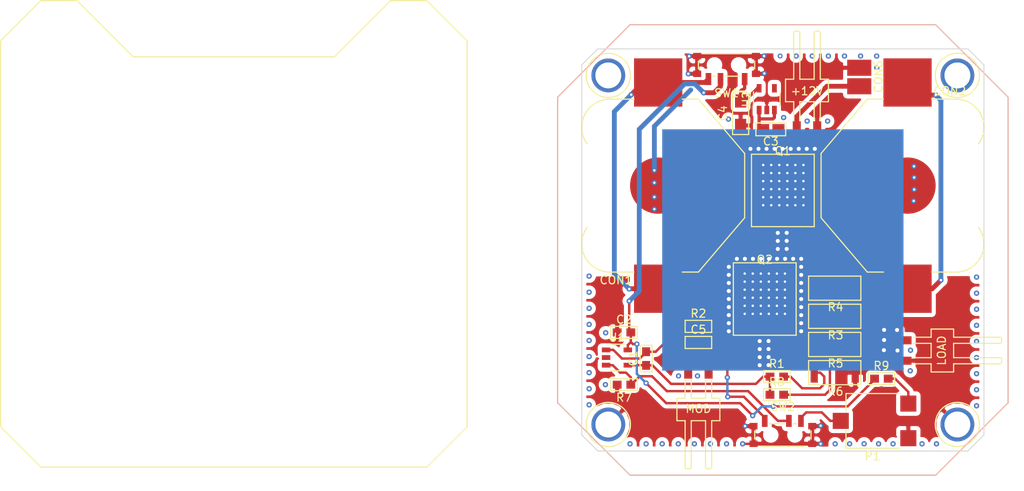
<source format=kicad_pcb>
(kicad_pcb (version 4) (host pcbnew "(after 2015-may-25 BZR unknown)-product")

  (general
    (links 63)
    (no_connects 13)
    (area 27.522599 93.772599 155.000001 157.4274)
    (thickness 1)
    (drawings 31)
    (tracks 414)
    (zones 0)
    (modules 33)
    (nets 17)
  )

  (page A4)
  (layers
    (0 F.Cu signal)
    (31 B.Cu signal)
    (32 B.Adhes user)
    (33 F.Adhes user)
    (34 B.Paste user)
    (35 F.Paste user)
    (36 B.SilkS user)
    (37 F.SilkS user)
    (38 B.Mask user)
    (39 F.Mask user hide)
    (40 Dwgs.User user)
    (41 Cmts.User user)
    (42 Eco1.User user)
    (43 Eco2.User user)
    (44 Edge.Cuts user)
    (45 Margin user)
    (46 B.CrtYd user)
    (47 F.CrtYd user)
    (48 B.Fab user)
    (49 F.Fab user)
  )

  (setup
    (last_trace_width 0.1524)
    (user_trace_width 0.1524)
    (user_trace_width 0.2)
    (user_trace_width 0.3)
    (user_trace_width 0.5)
    (user_trace_width 1)
    (trace_clearance 0.1524)
    (zone_clearance 0.508)
    (zone_45_only no)
    (trace_min 0.1524)
    (segment_width 0.1)
    (edge_width 0.1)
    (via_size 0.6048)
    (via_drill 0.3)
    (via_min_size 0.6048)
    (via_min_drill 0.3)
    (user_via 0.6048 0.3)
    (user_via 0.85 0.5)
    (uvia_size 0.3)
    (uvia_drill 0.1)
    (uvias_allowed no)
    (uvia_min_size 0.2)
    (uvia_min_drill 0.1)
    (pcb_text_width 0.3)
    (pcb_text_size 1.5 1.5)
    (mod_edge_width 0.15)
    (mod_text_size 1 1)
    (mod_text_width 0.15)
    (pad_size 1.5 1.5)
    (pad_drill 0.6)
    (pad_to_mask_clearance 0)
    (aux_axis_origin 0 0)
    (visible_elements 7FFCFF1F)
    (pcbplotparams
      (layerselection 0x00030_80000001)
      (usegerberextensions false)
      (excludeedgelayer true)
      (linewidth 0.100000)
      (plotframeref false)
      (viasonmask false)
      (mode 1)
      (useauxorigin false)
      (hpglpennumber 1)
      (hpglpenspeed 20)
      (hpglpendiameter 15)
      (hpglpenoverlay 2)
      (psnegative false)
      (psa4output false)
      (plotreference true)
      (plotvalue true)
      (plotinvisibletext false)
      (padsonsilk false)
      (subtractmaskfromsilk false)
      (outputformat 1)
      (mirror false)
      (drillshape 1)
      (scaleselection 1)
      (outputdirectory ""))
  )

  (net 0 "")
  (net 1 "Net-(Q1-Pad3)")
  (net 2 "Net-(Q1-Pad1)")
  (net 3 "Net-(Q2-Pad3)")
  (net 4 "Net-(CON1-Pad-)")
  (net 5 GND)
  (net 6 /Vin)
  (net 7 VCC)
  (net 8 "Net-(P1-Pad2)")
  (net 9 /Vout)
  (net 10 /Vfb)
  (net 11 /+12V)
  (net 12 /+5V)
  (net 13 /Vbat)
  (net 14 /Load)
  (net 15 "Net-(C5-Pad1)")
  (net 16 "Net-(P1-Pad3)")

  (net_class Default "This is the default net class."
    (clearance 0.1524)
    (trace_width 0.1524)
    (via_dia 0.6048)
    (via_drill 0.3)
    (uvia_dia 0.3)
    (uvia_drill 0.1)
    (add_net /+12V)
    (add_net /+5V)
    (add_net /Load)
    (add_net /Vbat)
    (add_net /Vfb)
    (add_net /Vin)
    (add_net /Vout)
    (add_net GND)
    (add_net "Net-(C5-Pad1)")
    (add_net "Net-(CON1-Pad-)")
    (add_net "Net-(P1-Pad2)")
    (add_net "Net-(P1-Pad3)")
    (add_net "Net-(Q1-Pad1)")
    (add_net "Net-(Q1-Pad3)")
    (add_net "Net-(Q2-Pad3)")
    (add_net VCC)
  )

  (module pnMechanical:FIX-3-5 (layer F.Cu) (tedit 558440C0)
    (at 103.3 103.3)
    (fp_text reference MECH3 (at 0 -3.5) (layer F.SilkS) hide
      (effects (font (size 1 1) (thickness 0.15)))
    )
    (fp_text value FIX-3-5 (at 0 3.75) (layer F.Fab) hide
      (effects (font (size 1 1) (thickness 0.15)))
    )
    (fp_circle (center 0 0) (end 2.75 0) (layer F.SilkS) (width 0.15))
    (pad "" np_thru_hole circle (at 0 0) (size 3.2 3.2) (drill 3.2) (layers *.Cu *.Mask))
    (model pnMechanical.pretty/FIX-3-5.wrl
      (at (xyz 0 0 0))
      (scale (xyz 0.393701 0.393701 0.393701))
      (rotate (xyz 0 0 0))
    )
  )

  (module pnMechanical:FIX-3-5 (layer F.Cu) (tedit 558440D5)
    (at 103.3 146.7)
    (fp_text reference MECH4 (at 0 -3.5) (layer F.SilkS) hide
      (effects (font (size 1 1) (thickness 0.15)))
    )
    (fp_text value FIX-3-5 (at 0 3.75) (layer F.Fab) hide
      (effects (font (size 1 1) (thickness 0.15)))
    )
    (fp_circle (center 0 0) (end 2.75 0) (layer F.SilkS) (width 0.15))
    (pad "" np_thru_hole circle (at 0 0) (size 3.2 3.2) (drill 3.2) (layers *.Cu *.Mask))
    (model pnMechanical.pretty/FIX-3-5.wrl
      (at (xyz 0 0 0))
      (scale (xyz 0.393701 0.393701 0.393701))
      (rotate (xyz 0 0 0))
    )
  )

  (module pnMechanical:FIX-3-5 (layer F.Cu) (tedit 55844080)
    (at 146.7 146.7)
    (fp_text reference MECH1 (at 0 -3.5) (layer F.SilkS) hide
      (effects (font (size 1 1) (thickness 0.15)))
    )
    (fp_text value FIX-3-5 (at 0 3.75) (layer F.Fab) hide
      (effects (font (size 1 1) (thickness 0.15)))
    )
    (fp_circle (center 0 0) (end 2.75 0) (layer F.SilkS) (width 0.15))
    (pad "" np_thru_hole circle (at 0 0) (size 3.2 3.2) (drill 3.2) (layers *.Cu *.Mask))
    (model pnMechanical.pretty/FIX-3-5.wrl
      (at (xyz 0 0 0))
      (scale (xyz 0.393701 0.393701 0.393701))
      (rotate (xyz 0 0 0))
    )
  )

  (module DPAK (layer F.Cu) (tedit 557D1D85)
    (at 125 117)
    (tags "D-Pak, TO252AA")
    (path /557C9501)
    (fp_text reference Q1 (at 0 -4.3) (layer F.SilkS)
      (effects (font (size 1 1) (thickness 0.15)))
    )
    (fp_text value IRLR024NPBF (at 0 9.8) (layer F.SilkS) hide
      (effects (font (size 1 1) (thickness 0.15)))
    )
    (fp_line (start -3.9 -3.9) (end 3.9 -3.9) (layer F.SilkS) (width 0.15))
    (fp_line (start 3.9 -3.9) (end 3.9 5.1) (layer F.SilkS) (width 0.15))
    (fp_line (start 3.9 5.1) (end -3.9 5.1) (layer F.SilkS) (width 0.15))
    (fp_line (start -3.9 5.1) (end -3.9 -3.9) (layer F.SilkS) (width 0.15))
    (pad 3 smd rect (at 2.3 6.9) (size 1.5 2.5) (layers F.Cu F.Paste F.Mask)
      (net 1 "Net-(Q1-Pad3)"))
    (pad 4 smd rect (at 0 0) (size 7 7) (layers F.Cu F.Paste F.Mask)
      (net 14 /Load))
    (pad 1 smd rect (at -2.3 6.9) (size 1.5 2.5) (layers F.Cu F.Paste F.Mask)
      (net 2 "Net-(Q1-Pad1)"))
    (model D:/Lib/kicad/pnSemiconductor.pretty/DPAK.wrl
      (at (xyz -0.128 0.09 0))
      (scale (xyz 0.393701 0.393701 0.393701))
      (rotate (xyz -90 0 0))
    )
  )

  (module DPAK (layer F.Cu) (tedit 557D1D85)
    (at 122.75 130.5)
    (tags "D-Pak, TO252AA")
    (path /557C95CC)
    (fp_text reference Q2 (at 0 -4.3) (layer F.SilkS)
      (effects (font (size 1 1) (thickness 0.15)))
    )
    (fp_text value IRLR024NPBF (at 0 9.8) (layer F.SilkS) hide
      (effects (font (size 1 1) (thickness 0.15)))
    )
    (fp_line (start -3.9 -3.9) (end 3.9 -3.9) (layer F.SilkS) (width 0.15))
    (fp_line (start 3.9 -3.9) (end 3.9 5.1) (layer F.SilkS) (width 0.15))
    (fp_line (start 3.9 5.1) (end -3.9 5.1) (layer F.SilkS) (width 0.15))
    (fp_line (start -3.9 5.1) (end -3.9 -3.9) (layer F.SilkS) (width 0.15))
    (pad 3 smd rect (at 2.3 6.9) (size 1.5 2.5) (layers F.Cu F.Paste F.Mask)
      (net 3 "Net-(Q2-Pad3)"))
    (pad 4 smd rect (at 0 0) (size 7 7) (layers F.Cu F.Paste F.Mask)
      (net 14 /Load))
    (pad 1 smd rect (at -2.3 6.9) (size 1.5 2.5) (layers F.Cu F.Paste F.Mask)
      (net 2 "Net-(Q1-Pad1)"))
    (model D:/Lib/kicad/pnSemiconductor.pretty/DPAK.wrl
      (at (xyz -0.128 0.09 0))
      (scale (xyz 0.393701 0.393701 0.393701))
      (rotate (xyz -90 0 0))
    )
  )

  (module SW_1290F1123 (layer F.Cu) (tedit 557D96B8)
    (at 118 102 180)
    (path /557D9707)
    (fp_text reference SW1 (at 0 -3.5 180) (layer F.SilkS)
      (effects (font (size 1 1) (thickness 0.15)))
    )
    (fp_text value SW_1290F1123 (at 0 -5 180) (layer F.Fab)
      (effects (font (size 1 1) (thickness 0.15)))
    )
    (fp_line (start 0.1 3.6) (end 0.3 3.6) (layer F.Fab) (width 0.05))
    (fp_line (start -1.4 1.6) (end -1.4 1.4) (layer F.Fab) (width 0.05))
    (fp_line (start -1.4 2.1) (end -1.4 1.9) (layer F.Fab) (width 0.05))
    (fp_line (start -1.4 2.6) (end -1.4 2.4) (layer F.Fab) (width 0.05))
    (fp_line (start -1.4 3.1) (end -1.4 2.9) (layer F.Fab) (width 0.05))
    (fp_line (start -0.4 3.6) (end -0.2 3.6) (layer F.Fab) (width 0.05))
    (fp_line (start -0.9 3.6) (end -0.7 3.6) (layer F.Fab) (width 0.05))
    (fp_line (start 1.4 3.4) (end 1.4 1.3) (layer F.Fab) (width 0.05))
    (fp_line (start 1.2 3.6) (end 1.4 3.4) (layer F.Fab) (width 0.05))
    (fp_line (start 0.3 3.6) (end 1.2 3.6) (layer F.Fab) (width 0.05))
    (fp_line (start 0.1 3.4) (end 0.3 3.6) (layer F.Fab) (width 0.05))
    (fp_line (start 0.1 1.3) (end 0.1 3.4) (layer F.Fab) (width 0.05))
    (fp_line (start -1.4 3.4) (end -1.2 3.6) (layer F.Fab) (width 0.05))
    (fp_line (start -3.4 1.3) (end 3.4 1.3) (layer F.Fab) (width 0.05))
    (fp_line (start 3.4 1.3) (end 3.4 -1.3) (layer F.Fab) (width 0.05))
    (fp_line (start 3.4 -1.3) (end -3.4 -1.3) (layer F.Fab) (width 0.05))
    (fp_line (start -3.4 -1.3) (end -3.4 1.3) (layer F.Fab) (width 0.05))
    (fp_line (start 1.3 -1.4) (end 1.7 -1.4) (layer F.SilkS) (width 0.15))
    (fp_line (start -1.7 -1.4) (end 0.2 -1.4) (layer F.SilkS) (width 0.15))
    (fp_line (start -3 1.4) (end 3 1.4) (layer F.SilkS) (width 0.15))
    (fp_line (start 3.5 -0.5) (end 3.5 0.5) (layer F.SilkS) (width 0.15))
    (fp_line (start -3.5 -0.5) (end -3.5 0.5) (layer F.SilkS) (width 0.15))
    (pad NC smd rect (at 2.25 -1.75 180) (size 0.7 1.5) (layers F.Cu F.Paste F.Mask)
      (net 13 /Vbat))
    (pad COM smd rect (at 0.75 -1.75 180) (size 0.7 1.5) (layers F.Cu F.Paste F.Mask)
      (net 7 VCC))
    (pad MNT smd rect (at 3.65 -1.1 180) (size 1 0.8) (layers F.Cu F.Paste F.Mask)
      (net 5 GND))
    (pad MNT smd rect (at 3.65 1.1 180) (size 1 0.8) (layers F.Cu F.Paste F.Mask)
      (net 5 GND))
    (pad MNT smd rect (at -3.65 -1.1 180) (size 1 0.8) (layers F.Cu F.Paste F.Mask)
      (net 5 GND))
    (pad "" np_thru_hole circle (at 1.5 0 180) (size 0.9 0.9) (drill 0.9) (layers *.Cu *.Mask))
    (pad "" np_thru_hole circle (at -1.5 0 180) (size 0.9 0.9) (drill 0.9) (layers *.Cu *.Mask))
    (pad MNT smd rect (at -3.65 1.1 180) (size 1 0.8) (layers F.Cu F.Paste F.Mask)
      (net 5 GND))
    (pad NO smd rect (at -2.25 -1.75 180) (size 0.7 1.5) (layers F.Cu F.Paste F.Mask)
      (net 12 /+5V))
    (model pnSwitches.pretty/SW_1290F1123.wrl
      (at (xyz 0 0 0))
      (scale (xyz 0.393701 0.393701 0.393701))
      (rotate (xyz 0 0 0))
    )
  )

  (module SW_1290F1123 (layer F.Cu) (tedit 557D96B8)
    (at 125 148)
    (path /557D9750)
    (fp_text reference SW2 (at 0 -3.5) (layer F.SilkS)
      (effects (font (size 1 1) (thickness 0.15)))
    )
    (fp_text value SW_1290F1123 (at 0 -5) (layer F.Fab)
      (effects (font (size 1 1) (thickness 0.15)))
    )
    (fp_line (start 0.1 3.6) (end 0.3 3.6) (layer F.Fab) (width 0.05))
    (fp_line (start -1.4 1.6) (end -1.4 1.4) (layer F.Fab) (width 0.05))
    (fp_line (start -1.4 2.1) (end -1.4 1.9) (layer F.Fab) (width 0.05))
    (fp_line (start -1.4 2.6) (end -1.4 2.4) (layer F.Fab) (width 0.05))
    (fp_line (start -1.4 3.1) (end -1.4 2.9) (layer F.Fab) (width 0.05))
    (fp_line (start -0.4 3.6) (end -0.2 3.6) (layer F.Fab) (width 0.05))
    (fp_line (start -0.9 3.6) (end -0.7 3.6) (layer F.Fab) (width 0.05))
    (fp_line (start 1.4 3.4) (end 1.4 1.3) (layer F.Fab) (width 0.05))
    (fp_line (start 1.2 3.6) (end 1.4 3.4) (layer F.Fab) (width 0.05))
    (fp_line (start 0.3 3.6) (end 1.2 3.6) (layer F.Fab) (width 0.05))
    (fp_line (start 0.1 3.4) (end 0.3 3.6) (layer F.Fab) (width 0.05))
    (fp_line (start 0.1 1.3) (end 0.1 3.4) (layer F.Fab) (width 0.05))
    (fp_line (start -1.4 3.4) (end -1.2 3.6) (layer F.Fab) (width 0.05))
    (fp_line (start -3.4 1.3) (end 3.4 1.3) (layer F.Fab) (width 0.05))
    (fp_line (start 3.4 1.3) (end 3.4 -1.3) (layer F.Fab) (width 0.05))
    (fp_line (start 3.4 -1.3) (end -3.4 -1.3) (layer F.Fab) (width 0.05))
    (fp_line (start -3.4 -1.3) (end -3.4 1.3) (layer F.Fab) (width 0.05))
    (fp_line (start 1.3 -1.4) (end 1.7 -1.4) (layer F.SilkS) (width 0.15))
    (fp_line (start -1.7 -1.4) (end 0.2 -1.4) (layer F.SilkS) (width 0.15))
    (fp_line (start -3 1.4) (end 3 1.4) (layer F.SilkS) (width 0.15))
    (fp_line (start 3.5 -0.5) (end 3.5 0.5) (layer F.SilkS) (width 0.15))
    (fp_line (start -3.5 -0.5) (end -3.5 0.5) (layer F.SilkS) (width 0.15))
    (pad NC smd rect (at 2.25 -1.75) (size 0.7 1.5) (layers F.Cu F.Paste F.Mask)
      (net 8 "Net-(P1-Pad2)"))
    (pad COM smd rect (at 0.75 -1.75) (size 0.7 1.5) (layers F.Cu F.Paste F.Mask)
      (net 6 /Vin))
    (pad MNT smd rect (at 3.65 -1.1) (size 1 0.8) (layers F.Cu F.Paste F.Mask)
      (net 5 GND))
    (pad MNT smd rect (at 3.65 1.1) (size 1 0.8) (layers F.Cu F.Paste F.Mask)
      (net 5 GND))
    (pad MNT smd rect (at -3.65 -1.1) (size 1 0.8) (layers F.Cu F.Paste F.Mask)
      (net 5 GND))
    (pad "" np_thru_hole circle (at 1.5 0) (size 0.9 0.9) (drill 0.9) (layers *.Cu *.Mask))
    (pad "" np_thru_hole circle (at -1.5 0) (size 0.9 0.9) (drill 0.9) (layers *.Cu *.Mask))
    (pad MNT smd rect (at -3.65 1.1) (size 1 0.8) (layers F.Cu F.Paste F.Mask)
      (net 5 GND))
    (pad NO smd rect (at -2.25 -1.75) (size 0.7 1.5) (layers F.Cu F.Paste F.Mask)
      (net 15 "Net-(C5-Pad1)"))
    (model pnSwitches.pretty/SW_1290F1123.wrl
      (at (xyz 0 0 0))
      (scale (xyz 0.3937007874 0.3937007874 0.3937007874))
      (rotate (xyz 0 0 0))
    )
  )

  (module pnMechanical:compactActiveLoad_BottomCover (layer F.Cu) (tedit 5584413B)
    (at 56.75 123 180)
    (fp_text reference MECH5 (at 0 -32 180) (layer F.SilkS) hide
      (effects (font (size 1 1) (thickness 0.15)))
    )
    (fp_text value compactActiveLoad_BottomCover (at 0 -30 180) (layer F.Fab) hide
      (effects (font (size 1 1) (thickness 0.15)))
    )
    (fp_line (start -24 29) (end -19.5 29) (layer F.SilkS) (width 0.15))
    (fp_line (start -19.5 29) (end -12.5 22) (layer F.SilkS) (width 0.15))
    (fp_line (start -12.5 22) (end 12.5 22) (layer F.SilkS) (width 0.15))
    (fp_line (start 12.5 22) (end 19.5 29) (layer F.SilkS) (width 0.15))
    (fp_line (start 19.5 29) (end 24 29) (layer F.SilkS) (width 0.15))
    (fp_line (start 24 29) (end 29 24) (layer F.SilkS) (width 0.15))
    (fp_line (start 29 24) (end 29 -24) (layer F.SilkS) (width 0.15))
    (fp_line (start 29 -24) (end 24 -29) (layer F.SilkS) (width 0.15))
    (fp_line (start 24 -29) (end -24 -29) (layer F.SilkS) (width 0.15))
    (fp_line (start -24 -29) (end -29 -24) (layer F.SilkS) (width 0.15))
    (fp_line (start -29 -24) (end -29 24) (layer F.SilkS) (width 0.15))
    (fp_line (start -29 24) (end -24 29) (layer F.SilkS) (width 0.15))
    (model pnMechanical.pretty/compactActiveLoad_BottomCover.wrl
      (at (xyz 0 0 0.19685))
      (scale (xyz 0.393701 0.393701 0.393701))
      (rotate (xyz 0 0 0))
    )
  )

  (module pnMechanical:FIX-3-5 (layer F.Cu) (tedit 558440AF)
    (at 146.7 103.3)
    (fp_text reference MECH2 (at 0 -3.5) (layer F.SilkS) hide
      (effects (font (size 1 1) (thickness 0.15)))
    )
    (fp_text value FIX-3-5 (at 0 3.75) (layer F.Fab) hide
      (effects (font (size 1 1) (thickness 0.15)))
    )
    (fp_circle (center 0 0) (end 2.75 0) (layer F.SilkS) (width 0.15))
    (pad "" np_thru_hole circle (at 0 0) (size 3.2 3.2) (drill 3.2) (layers *.Cu *.Mask))
    (model pnMechanical.pretty/FIX-3-5.wrl
      (at (xyz 0 0 0))
      (scale (xyz 0.393701 0.393701 0.393701))
      (rotate (xyz 0 0 0))
    )
  )

  (module pnPinheaders:PIN1x2ANGLE_SMD (layer F.Cu) (tedit 55839698)
    (at 139.75 137.5 90)
    (path /557DE02D)
    (fp_text reference CON3 (at 0 -2.413 90) (layer F.SilkS) hide
      (effects (font (size 1 1) (thickness 0.15)))
    )
    (fp_text value LOAD (at 0 5 90) (layer F.SilkS)
      (effects (font (size 1 1) (thickness 0.15)))
    )
    (fp_line (start 0.889 1.397) (end 0.889 3.683) (layer F.SilkS) (width 0.15))
    (fp_line (start 0.889 3.683) (end -0.889 3.683) (layer F.SilkS) (width 0.15))
    (fp_line (start -0.889 3.683) (end -0.889 1.397) (layer F.SilkS) (width 0.15))
    (fp_line (start -0.889 6.477) (end 0.889 6.477) (layer F.SilkS) (width 0.15))
    (fp_line (start 0.889 6.477) (end 0.889 12.319) (layer F.SilkS) (width 0.15))
    (fp_line (start 0.889 12.319) (end 1.016 12.446) (layer F.SilkS) (width 0.15))
    (fp_line (start 1.016 12.446) (end 1.524 12.446) (layer F.SilkS) (width 0.15))
    (fp_line (start 1.524 12.446) (end 1.651 12.319) (layer F.SilkS) (width 0.15))
    (fp_line (start 1.651 12.319) (end 1.651 6.477) (layer F.SilkS) (width 0.15))
    (fp_line (start 1.651 6.477) (end 2.667 6.477) (layer F.SilkS) (width 0.15))
    (fp_line (start 2.667 6.477) (end 2.667 3.683) (layer F.SilkS) (width 0.15))
    (fp_line (start 2.667 3.683) (end 1.651 3.683) (layer F.SilkS) (width 0.15))
    (fp_line (start 1.651 3.683) (end 1.651 1.397) (layer F.SilkS) (width 0.15))
    (fp_line (start -1.651 1.397) (end -1.651 3.683) (layer F.SilkS) (width 0.15))
    (fp_line (start -1.651 3.683) (end -2.667 3.683) (layer F.SilkS) (width 0.15))
    (fp_line (start -2.667 3.683) (end -2.667 6.477) (layer F.SilkS) (width 0.15))
    (fp_line (start -2.667 6.477) (end -1.651 6.477) (layer F.SilkS) (width 0.15))
    (fp_line (start -1.651 6.477) (end -1.651 12.319) (layer F.SilkS) (width 0.15))
    (fp_line (start -1.651 12.319) (end -1.524 12.446) (layer F.SilkS) (width 0.15))
    (fp_line (start -1.524 12.446) (end -1.016 12.446) (layer F.SilkS) (width 0.15))
    (fp_line (start -1.016 12.446) (end -0.889 12.319) (layer F.SilkS) (width 0.15))
    (fp_line (start -0.889 12.319) (end -0.889 6.477) (layer F.SilkS) (width 0.15))
    (fp_line (start 1.016 -0.762) (end 1.016 3.81) (layer B.Mask) (width 0.15))
    (fp_line (start 1.143 -0.889) (end 1.016 -0.762) (layer B.Mask) (width 0.15))
    (fp_line (start 1.397 -0.889) (end 1.143 -0.889) (layer B.Mask) (width 0.15))
    (fp_line (start 1.524 -0.762) (end 1.397 -0.889) (layer B.Mask) (width 0.15))
    (fp_line (start 1.524 3.81) (end 1.524 -0.762) (layer B.Mask) (width 0.15))
    (fp_line (start -1.016 3.81) (end -1.016 -0.762) (layer B.Mask) (width 0.15))
    (fp_line (start -1.016 -0.762) (end -1.143 -0.889) (layer B.Mask) (width 0.15))
    (fp_line (start -1.143 -0.889) (end -1.397 -0.889) (layer B.Mask) (width 0.15))
    (fp_line (start -1.397 -0.889) (end -1.524 -0.762) (layer B.Mask) (width 0.15))
    (fp_line (start -1.524 -0.762) (end -1.524 3.81) (layer B.Mask) (width 0.15))
    (fp_line (start 1.524 12.319) (end 1.524 6.35) (layer B.Mask) (width 0.15))
    (fp_line (start 1.397 12.446) (end 1.524 12.319) (layer B.Mask) (width 0.15))
    (fp_line (start 1.143 12.446) (end 1.397 12.446) (layer B.Mask) (width 0.15))
    (fp_line (start 1.016 12.319) (end 1.143 12.446) (layer B.Mask) (width 0.15))
    (fp_line (start 1.016 6.35) (end 1.016 12.319) (layer B.Mask) (width 0.15))
    (fp_line (start -1.524 6.35) (end -1.524 12.319) (layer B.Mask) (width 0.15))
    (fp_line (start -1.524 12.319) (end -1.397 12.446) (layer B.Mask) (width 0.15))
    (fp_line (start -1.397 12.446) (end -1.143 12.446) (layer B.Mask) (width 0.15))
    (fp_line (start -1.143 12.446) (end -1.016 12.319) (layer B.Mask) (width 0.15))
    (fp_line (start -1.016 12.319) (end -1.016 6.35) (layer B.Mask) (width 0.15))
    (fp_line (start -2.54 3.81) (end 2.54 3.81) (layer B.Mask) (width 0.15))
    (fp_line (start 2.54 3.81) (end 2.54 6.35) (layer B.Mask) (width 0.15))
    (fp_line (start 2.54 6.35) (end -2.54 6.35) (layer B.Mask) (width 0.15))
    (fp_line (start -2.54 6.35) (end -2.54 3.81) (layer B.Mask) (width 0.15))
    (pad 1 smd rect (at -1.27 0 90) (size 1 2.5) (layers F.Cu F.Paste F.Mask)
      (net 5 GND))
    (pad 2 smd rect (at 1.27 0 90) (size 1 2.5) (layers F.Cu F.Paste F.Mask)
      (net 14 /Load))
    (model pnPinheaders.pretty/PIN1x2ANGLE_SMD.wrl
      (at (xyz 0 -0.158 0.05))
      (scale (xyz 0.393701 0.393701 0.393701))
      (rotate (xyz 0 0 0))
    )
  )

  (module pnPinheaders:PIN1x2ANGLE_SMD (layer F.Cu) (tedit 558396A4)
    (at 128 110.25 180)
    (path /557DE141)
    (fp_text reference CON4 (at 0 -2.413 180) (layer F.SilkS) hide
      (effects (font (size 1 1) (thickness 0.15)))
    )
    (fp_text value +12V (at 0 5 180) (layer F.SilkS)
      (effects (font (size 1 1) (thickness 0.15)))
    )
    (fp_line (start 0.889 1.397) (end 0.889 3.683) (layer F.SilkS) (width 0.15))
    (fp_line (start 0.889 3.683) (end -0.889 3.683) (layer F.SilkS) (width 0.15))
    (fp_line (start -0.889 3.683) (end -0.889 1.397) (layer F.SilkS) (width 0.15))
    (fp_line (start -0.889 6.477) (end 0.889 6.477) (layer F.SilkS) (width 0.15))
    (fp_line (start 0.889 6.477) (end 0.889 12.319) (layer F.SilkS) (width 0.15))
    (fp_line (start 0.889 12.319) (end 1.016 12.446) (layer F.SilkS) (width 0.15))
    (fp_line (start 1.016 12.446) (end 1.524 12.446) (layer F.SilkS) (width 0.15))
    (fp_line (start 1.524 12.446) (end 1.651 12.319) (layer F.SilkS) (width 0.15))
    (fp_line (start 1.651 12.319) (end 1.651 6.477) (layer F.SilkS) (width 0.15))
    (fp_line (start 1.651 6.477) (end 2.667 6.477) (layer F.SilkS) (width 0.15))
    (fp_line (start 2.667 6.477) (end 2.667 3.683) (layer F.SilkS) (width 0.15))
    (fp_line (start 2.667 3.683) (end 1.651 3.683) (layer F.SilkS) (width 0.15))
    (fp_line (start 1.651 3.683) (end 1.651 1.397) (layer F.SilkS) (width 0.15))
    (fp_line (start -1.651 1.397) (end -1.651 3.683) (layer F.SilkS) (width 0.15))
    (fp_line (start -1.651 3.683) (end -2.667 3.683) (layer F.SilkS) (width 0.15))
    (fp_line (start -2.667 3.683) (end -2.667 6.477) (layer F.SilkS) (width 0.15))
    (fp_line (start -2.667 6.477) (end -1.651 6.477) (layer F.SilkS) (width 0.15))
    (fp_line (start -1.651 6.477) (end -1.651 12.319) (layer F.SilkS) (width 0.15))
    (fp_line (start -1.651 12.319) (end -1.524 12.446) (layer F.SilkS) (width 0.15))
    (fp_line (start -1.524 12.446) (end -1.016 12.446) (layer F.SilkS) (width 0.15))
    (fp_line (start -1.016 12.446) (end -0.889 12.319) (layer F.SilkS) (width 0.15))
    (fp_line (start -0.889 12.319) (end -0.889 6.477) (layer F.SilkS) (width 0.15))
    (fp_line (start 1.016 -0.762) (end 1.016 3.81) (layer B.Mask) (width 0.15))
    (fp_line (start 1.143 -0.889) (end 1.016 -0.762) (layer B.Mask) (width 0.15))
    (fp_line (start 1.397 -0.889) (end 1.143 -0.889) (layer B.Mask) (width 0.15))
    (fp_line (start 1.524 -0.762) (end 1.397 -0.889) (layer B.Mask) (width 0.15))
    (fp_line (start 1.524 3.81) (end 1.524 -0.762) (layer B.Mask) (width 0.15))
    (fp_line (start -1.016 3.81) (end -1.016 -0.762) (layer B.Mask) (width 0.15))
    (fp_line (start -1.016 -0.762) (end -1.143 -0.889) (layer B.Mask) (width 0.15))
    (fp_line (start -1.143 -0.889) (end -1.397 -0.889) (layer B.Mask) (width 0.15))
    (fp_line (start -1.397 -0.889) (end -1.524 -0.762) (layer B.Mask) (width 0.15))
    (fp_line (start -1.524 -0.762) (end -1.524 3.81) (layer B.Mask) (width 0.15))
    (fp_line (start 1.524 12.319) (end 1.524 6.35) (layer B.Mask) (width 0.15))
    (fp_line (start 1.397 12.446) (end 1.524 12.319) (layer B.Mask) (width 0.15))
    (fp_line (start 1.143 12.446) (end 1.397 12.446) (layer B.Mask) (width 0.15))
    (fp_line (start 1.016 12.319) (end 1.143 12.446) (layer B.Mask) (width 0.15))
    (fp_line (start 1.016 6.35) (end 1.016 12.319) (layer B.Mask) (width 0.15))
    (fp_line (start -1.524 6.35) (end -1.524 12.319) (layer B.Mask) (width 0.15))
    (fp_line (start -1.524 12.319) (end -1.397 12.446) (layer B.Mask) (width 0.15))
    (fp_line (start -1.397 12.446) (end -1.143 12.446) (layer B.Mask) (width 0.15))
    (fp_line (start -1.143 12.446) (end -1.016 12.319) (layer B.Mask) (width 0.15))
    (fp_line (start -1.016 12.319) (end -1.016 6.35) (layer B.Mask) (width 0.15))
    (fp_line (start -2.54 3.81) (end 2.54 3.81) (layer B.Mask) (width 0.15))
    (fp_line (start 2.54 3.81) (end 2.54 6.35) (layer B.Mask) (width 0.15))
    (fp_line (start 2.54 6.35) (end -2.54 6.35) (layer B.Mask) (width 0.15))
    (fp_line (start -2.54 6.35) (end -2.54 3.81) (layer B.Mask) (width 0.15))
    (pad 1 smd rect (at -1.27 0 180) (size 1 2.5) (layers F.Cu F.Paste F.Mask)
      (net 5 GND))
    (pad 2 smd rect (at 1.27 0 180) (size 1 2.5) (layers F.Cu F.Paste F.Mask)
      (net 11 /+12V))
    (model pnPinheaders.pretty/PIN1x2ANGLE_SMD.wrl
      (at (xyz 0 -0.158 0.05))
      (scale (xyz 0.393701 0.393701 0.393701))
      (rotate (xyz 0 0 0))
    )
  )

  (module pnPinheaders:PIN1x2ANGLE_SMD (layer F.Cu) (tedit 558396AD)
    (at 114.5 139.75)
    (path /557DEEF8)
    (fp_text reference CON5 (at 0 -2.413) (layer F.SilkS) hide
      (effects (font (size 1 1) (thickness 0.15)))
    )
    (fp_text value MOD (at 0 5) (layer F.SilkS)
      (effects (font (size 1 1) (thickness 0.15)))
    )
    (fp_line (start 0.889 1.397) (end 0.889 3.683) (layer F.SilkS) (width 0.15))
    (fp_line (start 0.889 3.683) (end -0.889 3.683) (layer F.SilkS) (width 0.15))
    (fp_line (start -0.889 3.683) (end -0.889 1.397) (layer F.SilkS) (width 0.15))
    (fp_line (start -0.889 6.477) (end 0.889 6.477) (layer F.SilkS) (width 0.15))
    (fp_line (start 0.889 6.477) (end 0.889 12.319) (layer F.SilkS) (width 0.15))
    (fp_line (start 0.889 12.319) (end 1.016 12.446) (layer F.SilkS) (width 0.15))
    (fp_line (start 1.016 12.446) (end 1.524 12.446) (layer F.SilkS) (width 0.15))
    (fp_line (start 1.524 12.446) (end 1.651 12.319) (layer F.SilkS) (width 0.15))
    (fp_line (start 1.651 12.319) (end 1.651 6.477) (layer F.SilkS) (width 0.15))
    (fp_line (start 1.651 6.477) (end 2.667 6.477) (layer F.SilkS) (width 0.15))
    (fp_line (start 2.667 6.477) (end 2.667 3.683) (layer F.SilkS) (width 0.15))
    (fp_line (start 2.667 3.683) (end 1.651 3.683) (layer F.SilkS) (width 0.15))
    (fp_line (start 1.651 3.683) (end 1.651 1.397) (layer F.SilkS) (width 0.15))
    (fp_line (start -1.651 1.397) (end -1.651 3.683) (layer F.SilkS) (width 0.15))
    (fp_line (start -1.651 3.683) (end -2.667 3.683) (layer F.SilkS) (width 0.15))
    (fp_line (start -2.667 3.683) (end -2.667 6.477) (layer F.SilkS) (width 0.15))
    (fp_line (start -2.667 6.477) (end -1.651 6.477) (layer F.SilkS) (width 0.15))
    (fp_line (start -1.651 6.477) (end -1.651 12.319) (layer F.SilkS) (width 0.15))
    (fp_line (start -1.651 12.319) (end -1.524 12.446) (layer F.SilkS) (width 0.15))
    (fp_line (start -1.524 12.446) (end -1.016 12.446) (layer F.SilkS) (width 0.15))
    (fp_line (start -1.016 12.446) (end -0.889 12.319) (layer F.SilkS) (width 0.15))
    (fp_line (start -0.889 12.319) (end -0.889 6.477) (layer F.SilkS) (width 0.15))
    (fp_line (start 1.016 -0.762) (end 1.016 3.81) (layer B.Mask) (width 0.15))
    (fp_line (start 1.143 -0.889) (end 1.016 -0.762) (layer B.Mask) (width 0.15))
    (fp_line (start 1.397 -0.889) (end 1.143 -0.889) (layer B.Mask) (width 0.15))
    (fp_line (start 1.524 -0.762) (end 1.397 -0.889) (layer B.Mask) (width 0.15))
    (fp_line (start 1.524 3.81) (end 1.524 -0.762) (layer B.Mask) (width 0.15))
    (fp_line (start -1.016 3.81) (end -1.016 -0.762) (layer B.Mask) (width 0.15))
    (fp_line (start -1.016 -0.762) (end -1.143 -0.889) (layer B.Mask) (width 0.15))
    (fp_line (start -1.143 -0.889) (end -1.397 -0.889) (layer B.Mask) (width 0.15))
    (fp_line (start -1.397 -0.889) (end -1.524 -0.762) (layer B.Mask) (width 0.15))
    (fp_line (start -1.524 -0.762) (end -1.524 3.81) (layer B.Mask) (width 0.15))
    (fp_line (start 1.524 12.319) (end 1.524 6.35) (layer B.Mask) (width 0.15))
    (fp_line (start 1.397 12.446) (end 1.524 12.319) (layer B.Mask) (width 0.15))
    (fp_line (start 1.143 12.446) (end 1.397 12.446) (layer B.Mask) (width 0.15))
    (fp_line (start 1.016 12.319) (end 1.143 12.446) (layer B.Mask) (width 0.15))
    (fp_line (start 1.016 6.35) (end 1.016 12.319) (layer B.Mask) (width 0.15))
    (fp_line (start -1.524 6.35) (end -1.524 12.319) (layer B.Mask) (width 0.15))
    (fp_line (start -1.524 12.319) (end -1.397 12.446) (layer B.Mask) (width 0.15))
    (fp_line (start -1.397 12.446) (end -1.143 12.446) (layer B.Mask) (width 0.15))
    (fp_line (start -1.143 12.446) (end -1.016 12.319) (layer B.Mask) (width 0.15))
    (fp_line (start -1.016 12.319) (end -1.016 6.35) (layer B.Mask) (width 0.15))
    (fp_line (start -2.54 3.81) (end 2.54 3.81) (layer B.Mask) (width 0.15))
    (fp_line (start 2.54 3.81) (end 2.54 6.35) (layer B.Mask) (width 0.15))
    (fp_line (start 2.54 6.35) (end -2.54 6.35) (layer B.Mask) (width 0.15))
    (fp_line (start -2.54 6.35) (end -2.54 3.81) (layer B.Mask) (width 0.15))
    (pad 1 smd rect (at -1.27 0) (size 1 2.5) (layers F.Cu F.Paste F.Mask)
      (net 5 GND))
    (pad 2 smd rect (at 1.27 0) (size 1 2.5) (layers F.Cu F.Paste F.Mask)
      (net 15 "Net-(C5-Pad1)"))
    (model pnPinheaders.pretty/PIN1x2ANGLE_SMD.wrl
      (at (xyz 0 -0.158 0.05))
      (scale (xyz 0.393701 0.393701 0.393701))
      (rotate (xyz 0 0 0))
    )
  )

  (module SOT23-5 (layer F.Cu) (tedit 55807715)
    (at 104.375 138.375 270)
    (path /558339B7)
    (fp_text reference U1 (at -2.5 0 360) (layer F.SilkS)
      (effects (font (size 1 1) (thickness 0.15)))
    )
    (fp_text value LMV116MF (at 2.65 0 360) (layer F.Fab)
      (effects (font (size 0.7 0.7) (thickness 0.15)))
    )
    (fp_line (start -1.65 0.9) (end -1.65 -0.9) (layer F.SilkS) (width 0.15))
    (fp_line (start 1.65 -0.9) (end 1.65 0.9) (layer F.SilkS) (width 0.15))
    (fp_circle (center -0.95 0.55) (end -0.8 0.5) (layer F.Fab) (width 0.05))
    (fp_line (start 1.55 0.9) (end 1.55 -0.9) (layer F.Fab) (width 0.05))
    (fp_line (start 1.55 -0.9) (end -1.55 -0.9) (layer F.Fab) (width 0.05))
    (fp_line (start -1.55 -0.9) (end -1.55 0.9) (layer F.Fab) (width 0.05))
    (fp_line (start -1.55 0.9) (end 1.55 0.9) (layer F.Fab) (width 0.05))
    (pad 5 smd rect (at -0.95 -1.35 270) (size 0.6 1.05) (layers F.Cu F.Paste F.Mask)
      (net 7 VCC))
    (pad 4 smd rect (at 0.95 -1.35 270) (size 0.6 1.05) (layers F.Cu F.Paste F.Mask)
      (net 10 /Vfb))
    (pad 3 smd rect (at 0.95 1.35 270) (size 0.6 1.05) (layers F.Cu F.Paste F.Mask)
      (net 6 /Vin))
    (pad 2 smd rect (at 0 1.35 270) (size 0.6 1.05) (layers F.Cu F.Paste F.Mask)
      (net 5 GND))
    (pad 1 smd rect (at -0.95 1.35 270) (size 0.6 1.05) (layers F.Cu F.Paste F.Mask)
      (net 9 /Vout))
    (model pnSemiconductor.pretty/SOT23-5.wrl
      (at (xyz -0.057 -0.055 0))
      (scale (xyz 0.393701 0.393701 0.393701))
      (rotate (xyz 0 0 0))
    )
  )

  (module pnModules:Heatsink_55mm_CG128 locked (layer B.Cu) (tedit 558082A9)
    (at 125 125)
    (path /557D6953)
    (fp_text reference HS1 (at 0 31.5) (layer B.SilkS)
      (effects (font (size 1 1) (thickness 0.15)) (justify mirror))
    )
    (fp_text value Heatsink_55mm_CG128 (at 0 29.5) (layer B.Fab)
      (effects (font (size 1 1) (thickness 0.15)) (justify mirror))
    )
    (fp_line (start -19 28) (end 19 28) (layer B.SilkS) (width 0.15))
    (fp_line (start 19 28) (end 28 19) (layer B.SilkS) (width 0.15))
    (fp_line (start 28 19) (end 28 -19) (layer B.SilkS) (width 0.15))
    (fp_line (start 28 -19) (end 19 -28) (layer B.SilkS) (width 0.15))
    (fp_line (start 19 -28) (end -19 -28) (layer B.SilkS) (width 0.15))
    (fp_line (start -19 -28) (end -28 -19) (layer B.SilkS) (width 0.15))
    (fp_line (start -28 -19) (end -28 19) (layer B.SilkS) (width 0.15))
    (fp_line (start -28 19) (end -19 28) (layer B.SilkS) (width 0.15))
    (pad MNT thru_hole circle (at -21.7 21.7) (size 4.2 4.2) (drill 3.2) (layers *.Cu *.Mask)
      (net 5 GND))
    (pad MNT thru_hole circle (at -21.7 -21.7) (size 4.2 4.2) (drill 3.2) (layers *.Cu *.Mask)
      (net 5 GND))
    (pad MNT thru_hole circle (at 21.7 -21.7) (size 4.2 4.2) (drill 3.2) (layers *.Cu *.Mask)
      (net 5 GND))
    (pad MNT thru_hole circle (at 21.7 21.7) (size 4.2 4.2) (drill 3.2) (layers *.Cu *.Mask)
      (net 5 GND))
    (pad HS smd rect (at 0 0) (size 30 30) (layers B.Cu B.Mask)
      (net 14 /Load))
    (model pnModules.pretty/Heatsink_55mm_CG128.wrl
      (at (xyz 0 0 0.12))
      (scale (xyz 0.393701 0.393701 0.393701))
      (rotate (xyz 0 0 0))
    )
  )

  (module pnSemiconductor:SOT23-5 (layer F.Cu) (tedit 55807715)
    (at 123 106.25)
    (path /5581B25B)
    (fp_text reference U2 (at -2.5 0 90) (layer F.SilkS)
      (effects (font (size 1 1) (thickness 0.15)))
    )
    (fp_text value LP2981A-50DBVR (at 2.65 0 90) (layer F.Fab)
      (effects (font (size 0.7 0.7) (thickness 0.15)))
    )
    (fp_line (start -1.65 0.9) (end -1.65 -0.9) (layer F.SilkS) (width 0.15))
    (fp_line (start 1.65 -0.9) (end 1.65 0.9) (layer F.SilkS) (width 0.15))
    (fp_circle (center -0.95 0.55) (end -0.8 0.5) (layer F.Fab) (width 0.05))
    (fp_line (start 1.55 0.9) (end 1.55 -0.9) (layer F.Fab) (width 0.05))
    (fp_line (start 1.55 -0.9) (end -1.55 -0.9) (layer F.Fab) (width 0.05))
    (fp_line (start -1.55 -0.9) (end -1.55 0.9) (layer F.Fab) (width 0.05))
    (fp_line (start -1.55 0.9) (end 1.55 0.9) (layer F.Fab) (width 0.05))
    (pad 5 smd rect (at -0.95 -1.35) (size 0.6 1.05) (layers F.Cu F.Paste F.Mask)
      (net 12 /+5V))
    (pad 4 smd rect (at 0.95 -1.35) (size 0.6 1.05) (layers F.Cu F.Paste F.Mask))
    (pad 3 smd rect (at 0.95 1.35) (size 0.6 1.05) (layers F.Cu F.Paste F.Mask)
      (net 11 /+12V))
    (pad 2 smd rect (at 0 1.35) (size 0.6 1.05) (layers F.Cu F.Paste F.Mask)
      (net 5 GND))
    (pad 1 smd rect (at -0.95 1.35) (size 0.6 1.05) (layers F.Cu F.Paste F.Mask)
      (net 11 /+12V))
    (model pnSemiconductor.pretty/SOT23-5.wrl
      (at (xyz -0.057 -0.055 0))
      (scale (xyz 0.393701 0.393701 0.393701))
      (rotate (xyz 0 0 0))
    )
  )

  (module pnRLC:pot_ACP_CA6VSMD+6001 (layer F.Cu) (tedit 55831ED1)
    (at 136.25 146.25 90)
    (path /55834448)
    (fp_text reference P1 (at -4.4 -0.1 180) (layer F.SilkS)
      (effects (font (size 1 1) (thickness 0.15)))
    )
    (fp_text value 1k (at 0 6.3 90) (layer F.Fab)
      (effects (font (size 1 1) (thickness 0.15)))
    )
    (fp_line (start 0.2 -0.2) (end 1 -0.2) (layer F.Fab) (width 0.05))
    (fp_line (start 1 -0.2) (end 1 0.2) (layer F.Fab) (width 0.05))
    (fp_line (start 1 0.2) (end 0.2 0.2) (layer F.Fab) (width 0.05))
    (fp_line (start 0.2 0.2) (end 0.2 0.9) (layer F.Fab) (width 0.05))
    (fp_line (start 0.2 0.9) (end -0.2 0.9) (layer F.Fab) (width 0.05))
    (fp_line (start -0.2 0.9) (end -0.2 0.2) (layer F.Fab) (width 0.05))
    (fp_line (start -0.2 0.2) (end -0.9 0.2) (layer F.Fab) (width 0.05))
    (fp_line (start -0.9 0.2) (end -0.9 -0.2) (layer F.Fab) (width 0.05))
    (fp_line (start -0.9 -0.2) (end -0.2 -0.2) (layer F.Fab) (width 0.05))
    (fp_line (start -0.2 -0.2) (end -0.2 -0.9) (layer F.Fab) (width 0.05))
    (fp_line (start -0.2 -0.9) (end 0.2 -0.9) (layer F.Fab) (width 0.05))
    (fp_line (start 0.2 -0.9) (end 0.2 -0.2) (layer F.Fab) (width 0.05))
    (fp_circle (center 0 0) (end 1.3 0) (layer F.Fab) (width 0.05))
    (fp_line (start -1.2 -3.4) (end -3.4 -3.4) (layer F.SilkS) (width 0.15))
    (fp_line (start -3.4 -3.4) (end -3.4 3.3) (layer F.SilkS) (width 0.15))
    (fp_line (start 3.4 3.3) (end 3.4 -3.4) (layer F.SilkS) (width 0.15))
    (fp_line (start 3.4 -3.4) (end 1.2 -3.4) (layer F.SilkS) (width 0.15))
    (fp_line (start 3.3 3.3) (end 3.3 -3.3) (layer F.Fab) (width 0.05))
    (fp_line (start 3.3 -3.3) (end -3.3 -3.3) (layer F.Fab) (width 0.05))
    (fp_line (start -3.3 -3.3) (end -3.3 3.3) (layer F.Fab) (width 0.05))
    (fp_line (start -3.3 3.3) (end 3.3 3.3) (layer F.Fab) (width 0.05))
    (pad 3 smd rect (at 2.15 4.35 90) (size 2 2) (layers F.Cu F.Paste F.Mask)
      (net 16 "Net-(P1-Pad3)"))
    (pad 1 smd rect (at -2.15 4.35 90) (size 2 2) (layers F.Cu F.Paste F.Mask)
      (net 5 GND))
    (pad 2 smd rect (at 0 -4.05 90) (size 2 2) (layers F.Cu F.Paste F.Mask)
      (net 8 "Net-(P1-Pad2)"))
    (model pnRLC.pretty/pot_ACP_CA6VSMD+6001.wrl
      (at (xyz 0 0 0))
      (scale (xyz 0.3937007874 0.3937007874 0.3937007874))
      (rotate (xyz 0 0 0))
    )
  )

  (module pnRLC:R2010 (layer F.Cu) (tedit 55832BAA)
    (at 131.5 133.25 180)
    (path /55807D59)
    (fp_text reference R3 (at -0.05 -2.35 180) (layer F.SilkS)
      (effects (font (size 1 1) (thickness 0.15)))
    )
    (fp_text value 1R (at -0.05 2.55 180) (layer F.Fab)
      (effects (font (size 1 1) (thickness 0.15)))
    )
    (fp_line (start 2.5 -1.25) (end 2.5 1.25) (layer F.Fab) (width 0.05))
    (fp_line (start 2.5 1.25) (end -2.5 1.25) (layer F.Fab) (width 0.05))
    (fp_line (start -2.5 1.25) (end -2.5 -1.25) (layer F.Fab) (width 0.05))
    (fp_line (start -2.5 -1.25) (end 2.5 -1.25) (layer F.Fab) (width 0.05))
    (fp_line (start 3.3 -1.5) (end 3.3 1.5) (layer F.SilkS) (width 0.15))
    (fp_line (start 3.3 1.5) (end -3.2 1.5) (layer F.SilkS) (width 0.15))
    (fp_line (start -3.2 1.5) (end -3.2 -1.5) (layer F.SilkS) (width 0.15))
    (fp_line (start -3.2 -1.5) (end 3.3 -1.5) (layer F.SilkS) (width 0.15))
    (pad 2 smd rect (at 2.6 0 180) (size 0.9 2.5) (layers F.Cu F.Paste F.Mask)
      (net 1 "Net-(Q1-Pad3)"))
    (pad 1 smd rect (at -2.5 0 180) (size 0.9 2.5) (layers F.Cu F.Paste F.Mask)
      (net 5 GND))
    (model pnRLC.pretty/R2010.wrl
      (at (xyz -0.098425 -0.0492125984 0))
      (scale (xyz 0.393701 0.393701 0.393701))
      (rotate (xyz 0 0 0))
    )
  )

  (module pnRLC:R2010 (layer F.Cu) (tedit 55832BAA)
    (at 131.5 129.75 180)
    (path /5580804E)
    (fp_text reference R4 (at -0.05 -2.35 180) (layer F.SilkS)
      (effects (font (size 1 1) (thickness 0.15)))
    )
    (fp_text value 1R (at -0.05 2.55 180) (layer F.Fab)
      (effects (font (size 1 1) (thickness 0.15)))
    )
    (fp_line (start 2.5 -1.25) (end 2.5 1.25) (layer F.Fab) (width 0.05))
    (fp_line (start 2.5 1.25) (end -2.5 1.25) (layer F.Fab) (width 0.05))
    (fp_line (start -2.5 1.25) (end -2.5 -1.25) (layer F.Fab) (width 0.05))
    (fp_line (start -2.5 -1.25) (end 2.5 -1.25) (layer F.Fab) (width 0.05))
    (fp_line (start 3.3 -1.5) (end 3.3 1.5) (layer F.SilkS) (width 0.15))
    (fp_line (start 3.3 1.5) (end -3.2 1.5) (layer F.SilkS) (width 0.15))
    (fp_line (start -3.2 1.5) (end -3.2 -1.5) (layer F.SilkS) (width 0.15))
    (fp_line (start -3.2 -1.5) (end 3.3 -1.5) (layer F.SilkS) (width 0.15))
    (pad 2 smd rect (at 2.6 0 180) (size 0.9 2.5) (layers F.Cu F.Paste F.Mask)
      (net 1 "Net-(Q1-Pad3)"))
    (pad 1 smd rect (at -2.5 0 180) (size 0.9 2.5) (layers F.Cu F.Paste F.Mask)
      (net 5 GND))
    (model pnRLC.pretty/R2010.wrl
      (at (xyz -0.098425 -0.0492125984 0))
      (scale (xyz 0.393701 0.393701 0.393701))
      (rotate (xyz 0 0 0))
    )
  )

  (module pnRLC:R2010 (layer F.Cu) (tedit 55832BAA)
    (at 131.5 136.75 180)
    (path /5580808A)
    (fp_text reference R5 (at -0.05 -2.35 180) (layer F.SilkS)
      (effects (font (size 1 1) (thickness 0.15)))
    )
    (fp_text value 1R (at -0.05 2.55 180) (layer F.Fab)
      (effects (font (size 1 1) (thickness 0.15)))
    )
    (fp_line (start 2.5 -1.25) (end 2.5 1.25) (layer F.Fab) (width 0.05))
    (fp_line (start 2.5 1.25) (end -2.5 1.25) (layer F.Fab) (width 0.05))
    (fp_line (start -2.5 1.25) (end -2.5 -1.25) (layer F.Fab) (width 0.05))
    (fp_line (start -2.5 -1.25) (end 2.5 -1.25) (layer F.Fab) (width 0.05))
    (fp_line (start 3.3 -1.5) (end 3.3 1.5) (layer F.SilkS) (width 0.15))
    (fp_line (start 3.3 1.5) (end -3.2 1.5) (layer F.SilkS) (width 0.15))
    (fp_line (start -3.2 1.5) (end -3.2 -1.5) (layer F.SilkS) (width 0.15))
    (fp_line (start -3.2 -1.5) (end 3.3 -1.5) (layer F.SilkS) (width 0.15))
    (pad 2 smd rect (at 2.6 0 180) (size 0.9 2.5) (layers F.Cu F.Paste F.Mask)
      (net 3 "Net-(Q2-Pad3)"))
    (pad 1 smd rect (at -2.5 0 180) (size 0.9 2.5) (layers F.Cu F.Paste F.Mask)
      (net 5 GND))
    (model pnRLC.pretty/R2010.wrl
      (at (xyz -0.098425 -0.0492125984 0))
      (scale (xyz 0.393701 0.393701 0.393701))
      (rotate (xyz 0 0 0))
    )
  )

  (module pnRLC:R2010 (layer F.Cu) (tedit 55832BAA)
    (at 131.5 140.25 180)
    (path /558080C8)
    (fp_text reference R6 (at -0.05 -2.35 180) (layer F.SilkS)
      (effects (font (size 1 1) (thickness 0.15)))
    )
    (fp_text value 1R (at -0.05 2.55 180) (layer F.Fab)
      (effects (font (size 1 1) (thickness 0.15)))
    )
    (fp_line (start 2.5 -1.25) (end 2.5 1.25) (layer F.Fab) (width 0.05))
    (fp_line (start 2.5 1.25) (end -2.5 1.25) (layer F.Fab) (width 0.05))
    (fp_line (start -2.5 1.25) (end -2.5 -1.25) (layer F.Fab) (width 0.05))
    (fp_line (start -2.5 -1.25) (end 2.5 -1.25) (layer F.Fab) (width 0.05))
    (fp_line (start 3.3 -1.5) (end 3.3 1.5) (layer F.SilkS) (width 0.15))
    (fp_line (start 3.3 1.5) (end -3.2 1.5) (layer F.SilkS) (width 0.15))
    (fp_line (start -3.2 1.5) (end -3.2 -1.5) (layer F.SilkS) (width 0.15))
    (fp_line (start -3.2 -1.5) (end 3.3 -1.5) (layer F.SilkS) (width 0.15))
    (pad 2 smd rect (at 2.6 0 180) (size 0.9 2.5) (layers F.Cu F.Paste F.Mask)
      (net 3 "Net-(Q2-Pad3)"))
    (pad 1 smd rect (at -2.5 0 180) (size 0.9 2.5) (layers F.Cu F.Paste F.Mask)
      (net 5 GND))
    (model pnRLC.pretty/R2010.wrl
      (at (xyz -0.098425 -0.0492125984 0))
      (scale (xyz 0.393701 0.393701 0.393701))
      (rotate (xyz 0 0 0))
    )
  )

  (module pnConnector:PAD2_2x3 (layer F.Cu) (tedit 55839B83)
    (at 134.5 103.5 90)
    (path /55840D58)
    (fp_text reference CON6 (at 0.05 2.4 90) (layer F.SilkS)
      (effects (font (size 1 1) (thickness 0.15)))
    )
    (fp_text value FAN (at -0.05 -2.45 90) (layer F.Fab)
      (effects (font (size 1 1) (thickness 0.15)))
    )
    (pad 2 smd rect (at 1.15 0 90) (size 2 3) (layers F.Cu F.Paste F.Mask)
      (net 5 GND))
    (pad 1 smd rect (at -1.15 0 90) (size 2 3) (layers F.Cu F.Paste F.Mask)
      (net 11 /+12V))
  )

  (module R0603 (layer F.Cu) (tedit 55807C38)
    (at 108 138.5 90)
    (path /55808D36)
    (fp_text reference C1 (at 0 -1.6 90) (layer F.SilkS)
      (effects (font (size 1 1) (thickness 0.15)))
    )
    (fp_text value N.C. (at 0 1.65 90) (layer F.SilkS) hide
      (effects (font (size 1 1) (thickness 0.15)))
    )
    (fp_line (start -1.65 -0.75) (end -1.65 0.75) (layer F.SilkS) (width 0.15))
    (fp_line (start -1.65 0.75) (end 1.65 0.75) (layer F.SilkS) (width 0.15))
    (fp_line (start 1.65 0.75) (end 1.65 -0.75) (layer F.SilkS) (width 0.15))
    (fp_line (start 1.65 -0.75) (end -1.65 -0.75) (layer F.SilkS) (width 0.15))
    (pad 1 smd rect (at 0.85 0 90) (size 1.1 1) (layers F.Cu F.Paste F.Mask)
      (net 9 /Vout))
    (pad 2 smd rect (at -0.85 0 90) (size 1.1 1) (layers F.Cu F.Paste F.Mask)
      (net 10 /Vfb))
    (model pnRLC.pretty/R0603.wrl
      (at (xyz -0.031 -0.0175 0))
      (scale (xyz 0.3937 0.3937 0.3937))
      (rotate (xyz 0 0 0))
    )
  )

  (module R0603 (layer F.Cu) (tedit 55807C38)
    (at 105.25 135.25)
    (path /5580A0BA)
    (fp_text reference C2 (at 0 -1.6) (layer F.SilkS)
      (effects (font (size 1 1) (thickness 0.15)))
    )
    (fp_text value 100n (at 0 1.65) (layer F.SilkS) hide
      (effects (font (size 1 1) (thickness 0.15)))
    )
    (fp_line (start -1.65 -0.75) (end -1.65 0.75) (layer F.SilkS) (width 0.15))
    (fp_line (start -1.65 0.75) (end 1.65 0.75) (layer F.SilkS) (width 0.15))
    (fp_line (start 1.65 0.75) (end 1.65 -0.75) (layer F.SilkS) (width 0.15))
    (fp_line (start 1.65 -0.75) (end -1.65 -0.75) (layer F.SilkS) (width 0.15))
    (pad 1 smd rect (at 0.85 0) (size 1.1 1) (layers F.Cu F.Paste F.Mask)
      (net 7 VCC))
    (pad 2 smd rect (at -0.85 0) (size 1.1 1) (layers F.Cu F.Paste F.Mask)
      (net 5 GND))
    (model pnRLC.pretty/R0603.wrl
      (at (xyz -0.031 -0.0175 0))
      (scale (xyz 0.3937 0.3937 0.3937))
      (rotate (xyz 0 0 0))
    )
  )

  (module R0603 (layer F.Cu) (tedit 55807C38)
    (at 124.25 140.75)
    (path /5583AD97)
    (fp_text reference R1 (at 0 -1.6) (layer F.SilkS)
      (effects (font (size 1 1) (thickness 0.15)))
    )
    (fp_text value 1k (at 0 1.65) (layer F.SilkS) hide
      (effects (font (size 1 1) (thickness 0.15)))
    )
    (fp_line (start -1.65 -0.75) (end -1.65 0.75) (layer F.SilkS) (width 0.15))
    (fp_line (start -1.65 0.75) (end 1.65 0.75) (layer F.SilkS) (width 0.15))
    (fp_line (start 1.65 0.75) (end 1.65 -0.75) (layer F.SilkS) (width 0.15))
    (fp_line (start 1.65 -0.75) (end -1.65 -0.75) (layer F.SilkS) (width 0.15))
    (pad 1 smd rect (at 0.85 0) (size 1.1 1) (layers F.Cu F.Paste F.Mask)
      (net 3 "Net-(Q2-Pad3)"))
    (pad 2 smd rect (at -0.85 0) (size 1.1 1) (layers F.Cu F.Paste F.Mask)
      (net 10 /Vfb))
    (model pnRLC.pretty/R0603.wrl
      (at (xyz -0.031 -0.0175 0))
      (scale (xyz 0.3937 0.3937 0.3937))
      (rotate (xyz 0 0 0))
    )
  )

  (module R0603 (layer F.Cu) (tedit 55807C38)
    (at 114.5 134.5)
    (path /55807CD1)
    (fp_text reference R2 (at 0 -1.6) (layer F.SilkS)
      (effects (font (size 1 1) (thickness 0.15)))
    )
    (fp_text value 100R (at 0 1.65) (layer F.SilkS) hide
      (effects (font (size 1 1) (thickness 0.15)))
    )
    (fp_line (start -1.65 -0.75) (end -1.65 0.75) (layer F.SilkS) (width 0.15))
    (fp_line (start -1.65 0.75) (end 1.65 0.75) (layer F.SilkS) (width 0.15))
    (fp_line (start 1.65 0.75) (end 1.65 -0.75) (layer F.SilkS) (width 0.15))
    (fp_line (start 1.65 -0.75) (end -1.65 -0.75) (layer F.SilkS) (width 0.15))
    (pad 1 smd rect (at 0.85 0) (size 1.1 1) (layers F.Cu F.Paste F.Mask)
      (net 2 "Net-(Q1-Pad1)"))
    (pad 2 smd rect (at -0.85 0) (size 1.1 1) (layers F.Cu F.Paste F.Mask)
      (net 9 /Vout))
    (model pnRLC.pretty/R0603.wrl
      (at (xyz -0.031 -0.0175 0))
      (scale (xyz 0.3937 0.3937 0.3937))
      (rotate (xyz 0 0 0))
    )
  )

  (module R0603 (layer F.Cu) (tedit 55807C38)
    (at 105.25 141.75 180)
    (path /55831AD2)
    (fp_text reference R7 (at 0 -1.6 180) (layer F.SilkS)
      (effects (font (size 1 1) (thickness 0.15)))
    )
    (fp_text value 10k (at 0 1.65 180) (layer F.SilkS) hide
      (effects (font (size 1 1) (thickness 0.15)))
    )
    (fp_line (start -1.65 -0.75) (end -1.65 0.75) (layer F.SilkS) (width 0.15))
    (fp_line (start -1.65 0.75) (end 1.65 0.75) (layer F.SilkS) (width 0.15))
    (fp_line (start 1.65 0.75) (end 1.65 -0.75) (layer F.SilkS) (width 0.15))
    (fp_line (start 1.65 -0.75) (end -1.65 -0.75) (layer F.SilkS) (width 0.15))
    (pad 1 smd rect (at 0.85 0 180) (size 1.1 1) (layers F.Cu F.Paste F.Mask)
      (net 5 GND))
    (pad 2 smd rect (at -0.85 0 180) (size 1.1 1) (layers F.Cu F.Paste F.Mask)
      (net 6 /Vin))
    (model pnRLC.pretty/R0603.wrl
      (at (xyz -0.031 -0.0175 0))
      (scale (xyz 0.3937 0.3937 0.3937))
      (rotate (xyz 0 0 0))
    )
  )

  (module R0603 (layer F.Cu) (tedit 55807C38)
    (at 124.25 143)
    (path /5583BC60)
    (fp_text reference R8 (at 0 -1.6) (layer F.SilkS)
      (effects (font (size 1 1) (thickness 0.15)))
    )
    (fp_text value 1k (at 0 1.65) (layer F.SilkS) hide
      (effects (font (size 1 1) (thickness 0.15)))
    )
    (fp_line (start -1.65 -0.75) (end -1.65 0.75) (layer F.SilkS) (width 0.15))
    (fp_line (start -1.65 0.75) (end 1.65 0.75) (layer F.SilkS) (width 0.15))
    (fp_line (start 1.65 0.75) (end 1.65 -0.75) (layer F.SilkS) (width 0.15))
    (fp_line (start 1.65 -0.75) (end -1.65 -0.75) (layer F.SilkS) (width 0.15))
    (pad 1 smd rect (at 0.85 0) (size 1.1 1) (layers F.Cu F.Paste F.Mask)
      (net 1 "Net-(Q1-Pad3)"))
    (pad 2 smd rect (at -0.85 0) (size 1.1 1) (layers F.Cu F.Paste F.Mask)
      (net 10 /Vfb))
    (model pnRLC.pretty/R0603.wrl
      (at (xyz -0.031 -0.0175 0))
      (scale (xyz 0.3937 0.3937 0.3937))
      (rotate (xyz 0 0 0))
    )
  )

  (module pnConnector:Keystone_3002 (layer F.Cu) (tedit 558443DF)
    (at 140.5 117 270)
    (path /557D4EC2)
    (fp_text reference CON2 (at -11.75 -5.25 360) (layer F.SilkS)
      (effects (font (size 1 1) (thickness 0.15)))
    )
    (fp_text value Keystone_3002 (at 0.25 11.75 270) (layer F.Fab)
      (effects (font (size 1 1) (thickness 0.15)))
    )
    (fp_circle (center 0 0) (end -4.75 0) (layer F.Mask) (width 9.5))
    (fp_line (start 10.75 -6) (end 10.75 -3) (layer F.SilkS) (width 0.15))
    (fp_line (start 10.75 5) (end 4 10.75) (layer F.SilkS) (width 0.15))
    (fp_line (start 10.75 3) (end 10.75 5) (layer F.SilkS) (width 0.15))
    (fp_arc (start -7.25 -6) (end -10.75 -6) (angle 126) (layer F.SilkS) (width 0.15))
    (fp_line (start -10.75 -6) (end -10.75 -3) (layer F.SilkS) (width 0.15))
    (fp_line (start -10.75 3) (end -10.75 5) (layer F.SilkS) (width 0.15))
    (fp_line (start -4 10.75) (end 4 10.75) (layer F.SilkS) (width 0.15))
    (fp_line (start -4 10.75) (end -10.75 5) (layer F.SilkS) (width 0.15))
    (fp_arc (start 7.25 -6) (end 10.75 -6) (angle -126) (layer F.SilkS) (width 0.15))
    (pad - smd circle (at 0 0 270) (size 7 7) (layers F.Cu F.Mask)
      (net 5 GND))
    (pad + smd rect (at -12.82 0 270) (size 6 6) (layers F.Cu F.Paste F.Mask)
      (net 4 "Net-(CON1-Pad-)"))
    (pad + smd rect (at 12.82 0 270) (size 6 6) (layers F.Cu F.Paste F.Mask)
      (net 4 "Net-(CON1-Pad-)"))
    (model pnConnector.pretty/Keystone_3002.wrl
      (at (xyz 0 0 0))
      (scale (xyz 0.393701 0.393701 0.393701))
      (rotate (xyz 0 0 0))
    )
  )

  (module pnConnector:Keystone_3002 (layer F.Cu) (tedit 558443DF)
    (at 109.5 117 90)
    (path /557D4E5A)
    (fp_text reference CON1 (at -11.75 -5.25 180) (layer F.SilkS)
      (effects (font (size 1 1) (thickness 0.15)))
    )
    (fp_text value Keystone_3002 (at 0.25 11.75 90) (layer F.Fab)
      (effects (font (size 1 1) (thickness 0.15)))
    )
    (fp_circle (center 0 0) (end -4.75 0) (layer F.Mask) (width 9.5))
    (fp_line (start 10.75 -6) (end 10.75 -3) (layer F.SilkS) (width 0.15))
    (fp_line (start 10.75 5) (end 4 10.75) (layer F.SilkS) (width 0.15))
    (fp_line (start 10.75 3) (end 10.75 5) (layer F.SilkS) (width 0.15))
    (fp_arc (start -7.25 -6) (end -10.75 -6) (angle 126) (layer F.SilkS) (width 0.15))
    (fp_line (start -10.75 -6) (end -10.75 -3) (layer F.SilkS) (width 0.15))
    (fp_line (start -10.75 3) (end -10.75 5) (layer F.SilkS) (width 0.15))
    (fp_line (start -4 10.75) (end 4 10.75) (layer F.SilkS) (width 0.15))
    (fp_line (start -4 10.75) (end -10.75 5) (layer F.SilkS) (width 0.15))
    (fp_arc (start 7.25 -6) (end 10.75 -6) (angle -126) (layer F.SilkS) (width 0.15))
    (pad - smd circle (at 0 0 90) (size 7 7) (layers F.Cu F.Mask)
      (net 4 "Net-(CON1-Pad-)"))
    (pad + smd rect (at -12.82 0 90) (size 6 6) (layers F.Cu F.Paste F.Mask)
      (net 13 /Vbat))
    (pad + smd rect (at 12.82 0 90) (size 6 6) (layers F.Cu F.Paste F.Mask)
      (net 13 /Vbat))
    (model pnConnector.pretty/Keystone_3002.wrl
      (at (xyz 0 0 0))
      (scale (xyz 0.393701 0.393701 0.393701))
      (rotate (xyz 0 0 0))
    )
  )

  (module R0603 (layer F.Cu) (tedit 55807C38)
    (at 114.5 136.5)
    (path /55846E8E)
    (fp_text reference C5 (at 0 -1.6) (layer F.SilkS)
      (effects (font (size 1 1) (thickness 0.15)))
    )
    (fp_text value 10n (at 0 1.65) (layer F.SilkS) hide
      (effects (font (size 1 1) (thickness 0.15)))
    )
    (fp_line (start -1.65 -0.75) (end -1.65 0.75) (layer F.SilkS) (width 0.15))
    (fp_line (start -1.65 0.75) (end 1.65 0.75) (layer F.SilkS) (width 0.15))
    (fp_line (start 1.65 0.75) (end 1.65 -0.75) (layer F.SilkS) (width 0.15))
    (fp_line (start 1.65 -0.75) (end -1.65 -0.75) (layer F.SilkS) (width 0.15))
    (pad 1 smd rect (at 0.85 0) (size 1.1 1) (layers F.Cu F.Paste F.Mask)
      (net 15 "Net-(C5-Pad1)"))
    (pad 2 smd rect (at -0.85 0) (size 1.1 1) (layers F.Cu F.Paste F.Mask)
      (net 5 GND))
    (model pnRLC.pretty/R0603.wrl
      (at (xyz -0.031 -0.0175 0))
      (scale (xyz 0.3937 0.3937 0.3937))
      (rotate (xyz 0 0 0))
    )
  )

  (module R0603 (layer F.Cu) (tedit 55807C38)
    (at 137.25 141)
    (path /55846A5E)
    (fp_text reference R9 (at 0 -1.6) (layer F.SilkS)
      (effects (font (size 1 1) (thickness 0.15)))
    )
    (fp_text value 10k (at 0 1.65) (layer F.SilkS) hide
      (effects (font (size 1 1) (thickness 0.15)))
    )
    (fp_line (start -1.65 -0.75) (end -1.65 0.75) (layer F.SilkS) (width 0.15))
    (fp_line (start -1.65 0.75) (end 1.65 0.75) (layer F.SilkS) (width 0.15))
    (fp_line (start 1.65 0.75) (end 1.65 -0.75) (layer F.SilkS) (width 0.15))
    (fp_line (start 1.65 -0.75) (end -1.65 -0.75) (layer F.SilkS) (width 0.15))
    (pad 1 smd rect (at 0.85 0) (size 1.1 1) (layers F.Cu F.Paste F.Mask)
      (net 16 "Net-(P1-Pad3)"))
    (pad 2 smd rect (at -0.85 0) (size 1.1 1) (layers F.Cu F.Paste F.Mask)
      (net 7 VCC))
    (model pnRLC.pretty/R0603.wrl
      (at (xyz -0.031 -0.0175 0))
      (scale (xyz 0.3937 0.3937 0.3937))
      (rotate (xyz 0 0 0))
    )
  )

  (module R0805 (layer F.Cu) (tedit 5399EFE6)
    (at 123.5 110 180)
    (path /55832AFF)
    (fp_text reference C3 (at 0 -1.5 180) (layer F.SilkS)
      (effects (font (size 1 1) (thickness 0.15)))
    )
    (fp_text value 2u2u/25V (at 0 1.6 180) (layer F.SilkS) hide
      (effects (font (size 1 1) (thickness 0.15)))
    )
    (fp_line (start -1.85 0.8) (end 1.85 0.8) (layer F.SilkS) (width 0.15))
    (fp_line (start 1.85 0.8) (end 1.85 -0.8) (layer F.SilkS) (width 0.15))
    (fp_line (start 1.85 -0.8) (end -1.85 -0.8) (layer F.SilkS) (width 0.15))
    (fp_line (start -1.85 -0.8) (end -1.85 0.8) (layer F.SilkS) (width 0.15))
    (pad 1 smd rect (at 0.95 0 180) (size 1.5 1.3) (layers F.Cu F.Paste F.Mask)
      (net 11 /+12V))
    (pad 2 smd rect (at -0.95 0 180) (size 1.5 1.3) (layers F.Cu F.Paste F.Mask)
      (net 5 GND))
    (model smd/capacitors/c_0603.wrl
      (at (xyz 0 0 0))
      (scale (xyz 1 1 1))
      (rotate (xyz 0 0 0))
    )
  )

  (module pnRLC:TANTAL_A (layer F.Cu) (tedit 55847312)
    (at 119.75 108 270)
    (path /55847297)
    (fp_text reference C4 (at 0 2.2 270) (layer F.SilkS)
      (effects (font (size 1 1) (thickness 0.15)))
    )
    (fp_text value TAJA106M010RNJ (at 0 -2 270) (layer F.Fab)
      (effects (font (size 1 1) (thickness 0.15)))
    )
    (fp_line (start -2.65 0.7) (end -2.65 -0.7) (layer F.SilkS) (width 0.15))
    (fp_line (start -2.35 1) (end 2.65 1) (layer F.SilkS) (width 0.15))
    (fp_line (start -2.75 0.6) (end -2.35 1) (layer F.SilkS) (width 0.15))
    (fp_line (start -2.75 -0.6) (end -2.75 0.6) (layer F.SilkS) (width 0.15))
    (fp_line (start -2.35 -1) (end -2.75 -0.6) (layer F.SilkS) (width 0.15))
    (fp_line (start 2.65 -1) (end -2.35 -1) (layer F.SilkS) (width 0.15))
    (fp_line (start 2.65 -1) (end 2.65 1) (layer F.SilkS) (width 0.15))
    (fp_line (start -1.2 0.8) (end -1.2 -0.8) (layer F.Fab) (width 0.05))
    (fp_line (start 1.6 0.6) (end 1.5 0.6) (layer F.Fab) (width 0.05))
    (fp_line (start 1.5 -0.6) (end 1.6 -0.6) (layer F.Fab) (width 0.05))
    (fp_line (start 1.6 -0.6) (end 1.6 0.6) (layer F.Fab) (width 0.05))
    (fp_line (start -1.5 -0.6) (end -1.6 -0.6) (layer F.Fab) (width 0.05))
    (fp_line (start -1.6 -0.6) (end -1.6 0.6) (layer F.Fab) (width 0.05))
    (fp_line (start -1.6 0.6) (end -1.5 0.6) (layer F.Fab) (width 0.05))
    (fp_line (start 1.5 -0.8) (end 1.5 0.8) (layer F.Fab) (width 0.05))
    (fp_line (start 1.5 0.8) (end -1.5 0.8) (layer F.Fab) (width 0.05))
    (fp_line (start -1.5 0.8) (end -1.5 -0.8) (layer F.Fab) (width 0.05))
    (fp_line (start -1.5 -0.8) (end 1.5 -0.8) (layer F.Fab) (width 0.05))
    (pad 2 smd rect (at 1.525 0 270) (size 1.65 1.4) (layers F.Cu F.Paste F.Mask)
      (net 5 GND))
    (pad 1 smd rect (at -1.525 0 270) (size 1.65 1.4) (layers F.Cu F.Paste F.Mask)
      (net 12 /+5V))
    (model pnRLC.pretty/TANTAL_A.wrl
      (at (xyz -0.065992 -0.031496 0))
      (scale (xyz 0.393701 0.393701 0.393701))
      (rotate (xyz 0 0 0))
    )
  )

  (gr_line (start 100.5 147.75) (end 100.5 147.5) (angle 90) (layer Margin) (width 0.1))
  (gr_line (start 102.25 149.5) (end 100.5 147.75) (angle 90) (layer Margin) (width 0.1))
  (gr_line (start 102.5 149.5) (end 102.25 149.5) (angle 90) (layer Margin) (width 0.1))
  (gr_line (start 147.75 149.5) (end 147.5 149.5) (angle 90) (layer Margin) (width 0.1))
  (gr_line (start 149.5 147.75) (end 147.75 149.5) (angle 90) (layer Margin) (width 0.1))
  (gr_line (start 149.5 147.5) (end 149.5 147.75) (angle 90) (layer Margin) (width 0.1))
  (gr_line (start 149.5 102.25) (end 149.5 102.5) (angle 90) (layer Margin) (width 0.1))
  (gr_line (start 147.75 100.5) (end 149.5 102.25) (angle 90) (layer Margin) (width 0.1))
  (gr_line (start 102.25 100.5) (end 147.75 100.5) (angle 90) (layer Margin) (width 0.1))
  (gr_line (start 100.5 102.25) (end 102.25 100.5) (angle 90) (layer Margin) (width 0.1))
  (gr_line (start 100.5 147.5) (end 100.5 102.25) (angle 90) (layer Margin) (width 0.1))
  (gr_line (start 102.75 149.5) (end 102.5 149.5) (angle 90) (layer Margin) (width 0.1))
  (gr_line (start 147.5 149.5) (end 102.75 149.5) (angle 90) (layer Margin) (width 0.1))
  (gr_line (start 149.5 147.25) (end 149.5 147.5) (angle 90) (layer Margin) (width 0.1))
  (gr_line (start 149.5 102.5) (end 149.5 147.25) (angle 90) (layer Margin) (width 0.1))
  (gr_line (start 100.5 148) (end 102 149.5) (angle 90) (layer B.Mask) (width 1))
  (gr_line (start 100.5 102) (end 100.5 148) (angle 90) (layer B.Mask) (width 1))
  (gr_line (start 102 100.5) (end 100.5 102) (angle 90) (layer B.Mask) (width 1))
  (gr_line (start 148 100.5) (end 102 100.5) (angle 90) (layer B.Mask) (width 1))
  (gr_line (start 149.5 102) (end 148 100.5) (angle 90) (layer B.Mask) (width 1))
  (gr_line (start 149.5 148) (end 149.5 102) (angle 90) (layer B.Mask) (width 1))
  (gr_line (start 148 149.5) (end 149.5 148) (angle 90) (layer B.Mask) (width 1))
  (gr_line (start 102 149.5) (end 148 149.5) (angle 90) (layer B.Mask) (width 1))
  (gr_line (start 102 150) (end 100 148) (angle 90) (layer Edge.Cuts) (width 0.1))
  (gr_line (start 100 102) (end 102 100) (angle 90) (layer Edge.Cuts) (width 0.1))
  (gr_line (start 148 100) (end 150 102) (angle 90) (layer Edge.Cuts) (width 0.1))
  (gr_line (start 148 150) (end 150 148) (angle 90) (layer Edge.Cuts) (width 0.1))
  (gr_line (start 100 102) (end 100 148) (layer Edge.Cuts) (width 0.1))
  (gr_line (start 148 100) (end 102 100) (layer Edge.Cuts) (width 0.1))
  (gr_line (start 150 148) (end 150 102) (layer Edge.Cuts) (width 0.1))
  (gr_line (start 102 150) (end 148 150) (layer Edge.Cuts) (width 0.1))

  (via (at 120 149.1) (size 0.65) (drill 0.3) (layers F.Cu B.Cu) (net 5))
  (segment (start 120.05 149.15) (end 120 149.1) (width 0.3) (layer F.Cu) (net 5))
  (via (at 130.565243 108.978328) (size 0.65) (drill 0.3) (layers F.Cu B.Cu) (net 5))
  (via (at 124.660976 100.890684) (size 0.6048) (drill 0.3) (layers F.Cu B.Cu) (net 5))
  (via (at 126.660976 100.890684) (size 0.65) (drill 0.3) (layers F.Cu B.Cu) (net 5))
  (via (at 128.660976 100.890684) (size 0.65) (drill 0.3) (layers F.Cu B.Cu) (net 5))
  (via (at 130.660976 100.890684) (size 0.65) (drill 0.3) (layers F.Cu B.Cu) (net 5))
  (via (at 132.660976 100.890684) (size 0.65) (drill 0.3) (layers F.Cu B.Cu) (net 5))
  (via (at 134.660976 100.890684) (size 0.65) (drill 0.3) (layers F.Cu B.Cu) (net 5))
  (via (at 136.660976 100.890684) (size 0.65) (drill 0.3) (layers F.Cu B.Cu) (net 5))
  (via (at 136.678851 102.353227) (size 0.65) (drill 0.3) (layers F.Cu B.Cu) (net 5))
  (via (at 149.079618 128.374166) (size 0.65) (drill 0.3) (layers F.Cu B.Cu) (net 5))
  (via (at 149.079618 130.374166) (size 0.65) (drill 0.3) (layers F.Cu B.Cu) (net 5))
  (via (at 149.079618 132.374166) (size 0.65) (drill 0.3) (layers F.Cu B.Cu) (net 5))
  (via (at 149.079618 134.374166) (size 0.65) (drill 0.3) (layers F.Cu B.Cu) (net 5))
  (via (at 149.079618 136.374166) (size 0.65) (drill 0.3) (layers F.Cu B.Cu) (net 5))
  (via (at 149.079618 138.374166) (size 0.65) (drill 0.3) (layers F.Cu B.Cu) (net 5))
  (via (at 149.079618 140.374166) (size 0.65) (drill 0.3) (layers F.Cu B.Cu) (net 5))
  (via (at 149.079618 142.374166) (size 0.65) (drill 0.3) (layers F.Cu B.Cu) (net 5))
  (via (at 149.079618 144.374166) (size 0.65) (drill 0.3) (layers F.Cu B.Cu) (net 5))
  (via (at 100.914787 128.254004) (size 0.65) (drill 0.3) (layers F.Cu B.Cu) (net 5))
  (via (at 100.914787 130.254004) (size 0.65) (drill 0.3) (layers F.Cu B.Cu) (net 5))
  (via (at 100.914787 132.254004) (size 0.65) (drill 0.3) (layers F.Cu B.Cu) (net 5))
  (via (at 100.914787 134.254004) (size 0.65) (drill 0.3) (layers F.Cu B.Cu) (net 5))
  (via (at 100.914787 136.254004) (size 0.65) (drill 0.3) (layers F.Cu B.Cu) (net 5))
  (via (at 100.914787 138.254004) (size 0.65) (drill 0.3) (layers F.Cu B.Cu) (net 5))
  (via (at 100.914787 140.254004) (size 0.65) (drill 0.3) (layers F.Cu B.Cu) (net 5))
  (via (at 100.914787 142.254004) (size 0.65) (drill 0.3) (layers F.Cu B.Cu) (net 5))
  (via (at 100.914787 144.254004) (size 0.65) (drill 0.3) (layers F.Cu B.Cu) (net 5))
  (via (at 131.5 149.1) (size 0.65) (drill 0.3) (layers F.Cu B.Cu) (net 5))
  (via (at 133.3 149.1) (size 0.65) (drill 0.3) (layers F.Cu B.Cu) (net 5))
  (via (at 135.1 149.1) (size 0.65) (drill 0.3) (layers F.Cu B.Cu) (net 5))
  (via (at 136.9 149.1) (size 0.65) (drill 0.3) (layers F.Cu B.Cu) (net 5))
  (via (at 138.7 149.1) (size 0.65) (drill 0.3) (layers F.Cu B.Cu) (net 5))
  (via (at 142.3 149.1) (size 0.65) (drill 0.3) (layers F.Cu B.Cu) (net 5))
  (via (at 144.1 149.1) (size 0.65) (drill 0.3) (layers F.Cu B.Cu) (net 5))
  (via (at 118 149.1) (size 0.65) (drill 0.3) (layers F.Cu B.Cu) (net 5))
  (via (at 116 149.1) (size 0.65) (drill 0.3) (layers F.Cu B.Cu) (net 5))
  (via (at 114 149.1) (size 0.65) (drill 0.3) (layers F.Cu B.Cu) (net 5))
  (via (at 112 149.1) (size 0.65) (drill 0.3) (layers F.Cu B.Cu) (net 5))
  (via (at 110 149.1) (size 0.65) (drill 0.3) (layers F.Cu B.Cu) (net 5))
  (via (at 108 149.1) (size 0.65) (drill 0.3) (layers F.Cu B.Cu) (net 5))
  (via (at 106 149.1) (size 0.65) (drill 0.3) (layers F.Cu B.Cu) (net 5))
  (via (at 102.974944 135.29723) (size 0.65) (drill 0.3) (layers F.Cu B.Cu) (net 5))
  (via (at 102.943721 141.73831) (size 0.65) (drill 0.3) (layers F.Cu B.Cu) (net 5))
  (via (at 112.031957 140.664236) (size 0.65) (drill 0.3) (layers F.Cu B.Cu) (net 5))
  (via (at 114.386715 140.664236) (size 0.65) (drill 0.3) (layers F.Cu B.Cu) (net 5))
  (via (at 140.870379 137.468644) (size 0.65) (drill 0.3) (layers F.Cu B.Cu) (net 5))
  (via (at 140.838354 140.024041) (size 0.65) (drill 0.3) (layers F.Cu B.Cu) (net 5))
  (via (at 128.023064 108.978328) (size 0.65) (drill 0.3) (layers F.Cu B.Cu) (net 5))
  (via (at 118.241073 108.730849) (size 0.65) (drill 0.3) (layers F.Cu B.Cu) (net 5))
  (via (at 125.095534 108.53991) (size 0.65) (drill 0.3) (layers F.Cu B.Cu) (net 5))
  (segment (start 128.9 129.75) (end 128.9 133.25) (width 0.6) (layer F.Cu) (net 1))
  (segment (start 129.85 133.25) (end 128.9 133.25) (width 0.3) (layer F.Cu) (net 1))
  (segment (start 130.85 134.25) (end 129.85 133.25) (width 0.3) (layer F.Cu) (net 1))
  (segment (start 128.9 128.15) (end 128.9 129.75) (width 0.6) (layer F.Cu) (net 1))
  (segment (start 127.414297 143) (end 130.25 143) (width 0.3) (layer F.Cu) (net 1))
  (segment (start 125.1 143) (end 127.414297 143) (width 0.3) (layer F.Cu) (net 1))
  (segment (start 127.414297 143) (end 128.25 143) (width 0.3) (layer F.Cu) (net 1))
  (segment (start 130.85 142.4) (end 130.85 134.25) (width 0.3) (layer F.Cu) (net 1))
  (segment (start 130.25 143) (end 130.85 142.4) (width 0.3) (layer F.Cu) (net 1))
  (segment (start 128.9 126.1) (end 128.9 128.6) (width 0.6) (layer F.Cu) (net 1))
  (segment (start 127.3 124.5) (end 128.9 126.1) (width 0.6) (layer F.Cu) (net 1))
  (segment (start 127.3 123.9) (end 127.3 124.5) (width 0.6) (layer F.Cu) (net 1))
  (segment (start 116.5 134.5) (end 115.35 134.5) (width 0.3) (layer F.Cu) (net 2))
  (segment (start 116.5 126.85) (end 116.5 134.5) (width 0.3) (layer F.Cu) (net 2))
  (segment (start 119.45 123.9) (end 116.5 126.85) (width 0.3) (layer F.Cu) (net 2))
  (segment (start 122.7 123.9) (end 119.45 123.9) (width 0.3) (layer F.Cu) (net 2))
  (segment (start 116.5 134.95) (end 116.5 134.5) (width 0.3) (layer F.Cu) (net 2))
  (segment (start 118.95 137.4) (end 116.5 134.95) (width 0.3) (layer F.Cu) (net 2))
  (segment (start 120.45 137.4) (end 118.95 137.4) (width 0.3) (layer F.Cu) (net 2))
  (segment (start 128.9 136.75) (end 128.9 140.25) (width 0.6) (layer F.Cu) (net 3))
  (segment (start 130.15 140.75) (end 129.65 140.25) (width 0.3) (layer F.Cu) (net 3))
  (segment (start 130.15 141.65) (end 130.15 140.75) (width 0.3) (layer F.Cu) (net 3))
  (segment (start 129.6 142.2) (end 130.15 141.65) (width 0.3) (layer F.Cu) (net 3))
  (segment (start 127.4 142.2) (end 129.6 142.2) (width 0.3) (layer F.Cu) (net 3))
  (segment (start 129.65 140.25) (end 128.9 140.25) (width 0.3) (layer F.Cu) (net 3))
  (segment (start 125.95 140.75) (end 127.4 142.2) (width 0.3) (layer F.Cu) (net 3))
  (segment (start 125.1 140.75) (end 125.95 140.75) (width 0.3) (layer F.Cu) (net 3))
  (segment (start 125.55 136.9) (end 125.05 137.4) (width 0.6) (layer F.Cu) (net 3))
  (segment (start 128.85 136.9) (end 125.55 136.9) (width 0.6) (layer F.Cu) (net 3))
  (segment (start 144 105.75) (end 142.07 105.75) (width 0.6) (layer F.Cu) (net 4))
  (segment (start 142.07 105.75) (end 140.5 104.18) (width 0.6) (layer F.Cu) (net 4))
  (segment (start 144.65 128.75) (end 144.65 106.4) (width 0.6) (layer B.Cu) (net 4))
  (segment (start 144.65 106.4) (end 144 105.75) (width 0.6) (layer B.Cu) (net 4))
  (via (at 144 105.75) (size 0.65) (drill 0.3) (layers F.Cu B.Cu) (net 4))
  (segment (start 140.5 129.82) (end 143.58 129.82) (width 0.6) (layer F.Cu) (net 4))
  (segment (start 143.58 129.82) (end 144.65 128.75) (width 0.6) (layer F.Cu) (net 4))
  (via (at 144.65 128.75) (size 0.65) (drill 0.3) (layers F.Cu B.Cu) (net 4))
  (segment (start 109.02759 109.62241) (end 113.55 105.1) (width 0.6) (layer B.Cu) (net 4))
  (segment (start 109.02759 115.099877) (end 109.02759 109.62241) (width 0.6) (layer B.Cu) (net 4))
  (segment (start 109.02759 118.415324) (end 109.02759 117.47241) (width 0.6) (layer F.Cu) (net 4))
  (segment (start 109.02759 117.47241) (end 109.5 117) (width 0.6) (layer F.Cu) (net 4))
  (segment (start 109.02759 119.921825) (end 109.02759 117.47241) (width 0.6) (layer F.Cu) (net 4))
  (segment (start 109.02759 116.642296) (end 109.142296 116.642296) (width 0.6) (layer F.Cu) (net 4))
  (segment (start 109.142296 116.642296) (end 109.5 117) (width 0.6) (layer F.Cu) (net 4))
  (segment (start 109.02759 115.099877) (end 109.02759 119.921825) (width 0.6) (layer F.Cu) (net 4))
  (via (at 109.02759 119.921825) (size 0.65) (drill 0.3) (layers F.Cu B.Cu) (net 4))
  (via (at 109.02759 118.415324) (size 0.65) (drill 0.3) (layers F.Cu B.Cu) (net 4))
  (via (at 109.02759 116.642296) (size 0.65) (drill 0.3) (layers F.Cu B.Cu) (net 4))
  (via (at 109.02759 115.099877) (size 0.65) (drill 0.3) (layers F.Cu B.Cu) (net 4))
  (segment (start 141.262639 118.904148) (end 141.262639 117.551183) (width 0.3) (layer F.Cu) (net 5))
  (segment (start 141.262639 117.551183) (end 141.328263 117.485559) (width 0.3) (layer F.Cu) (net 5))
  (segment (start 141.328263 115.991909) (end 141.328263 114.628263) (width 0.3) (layer F.Cu) (net 5))
  (segment (start 141.328263 114.628263) (end 141.3 114.6) (width 0.3) (layer F.Cu) (net 5))
  (segment (start 140.5 117) (end 140.842704 117) (width 0.3) (layer F.Cu) (net 5))
  (segment (start 140.842704 117) (end 141.328263 117.485559) (width 0.3) (layer F.Cu) (net 5))
  (via (at 141.262639 118.904148) (size 0.65) (drill 0.3) (layers F.Cu B.Cu) (net 5))
  (via (at 141.328263 117.485559) (size 0.65) (drill 0.3) (layers F.Cu B.Cu) (net 5))
  (via (at 141.328263 115.991909) (size 0.65) (drill 0.3) (layers F.Cu B.Cu) (net 5))
  (segment (start 140.5 117) (end 140.5 115.4) (width 0.3) (layer F.Cu) (net 5))
  (segment (start 140.5 115.4) (end 141.3 114.6) (width 0.3) (layer F.Cu) (net 5))
  (via (at 141.3 114.6) (size 0.65) (drill 0.3) (layers F.Cu B.Cu) (net 5))
  (segment (start 141.3 114.6) (end 141.3 114.55) (width 0.3) (layer B.Cu) (net 5))
  (segment (start 121.65 103.1) (end 122.65 103.1) (width 0.3) (layer F.Cu) (net 5))
  (segment (start 122.65 103.1) (end 122.7 103.05) (width 0.3) (layer F.Cu) (net 5))
  (via (at 122.7 103.05) (size 0.65) (drill 0.3) (layers F.Cu B.Cu) (net 5))
  (segment (start 121.65 100.9) (end 122.65 100.9) (width 0.3) (layer F.Cu) (net 5))
  (segment (start 122.65 100.9) (end 122.7 100.95) (width 0.3) (layer F.Cu) (net 5))
  (segment (start 114.35 103.1) (end 113.25 103.1) (width 0.3) (layer F.Cu) (net 5))
  (via (at 113.25 103.1) (size 0.65) (drill 0.3) (layers F.Cu B.Cu) (net 5))
  (segment (start 128.65 146.9) (end 129.65 146.9) (width 0.3) (layer F.Cu) (net 5))
  (segment (start 129.65 146.9) (end 129.7 146.85) (width 0.3) (layer F.Cu) (net 5))
  (via (at 129.7 146.85) (size 0.65) (drill 0.3) (layers F.Cu B.Cu) (net 5))
  (segment (start 128.65 149.1) (end 129.7 149.1) (width 0.3) (layer F.Cu) (net 5))
  (via (at 129.7 149.1) (size 0.65) (drill 0.3) (layers F.Cu B.Cu) (net 5))
  (segment (start 121.35 149.1) (end 120.4 149.1) (width 0.3) (layer F.Cu) (net 5))
  (segment (start 121.35 146.9) (end 120.3 146.9) (width 0.3) (layer F.Cu) (net 5))
  (via (at 120.3 146.9) (size 0.65) (drill 0.3) (layers F.Cu B.Cu) (net 5))
  (via (at 122.660976 100.890684) (size 0.65) (drill 0.3) (layers F.Cu B.Cu) (net 5))
  (segment (start 114.35 100.9) (end 113.5 100.9) (width 0.3) (layer F.Cu) (net 5))
  (segment (start 113.5 100.9) (end 113.35 101.05) (width 0.3) (layer F.Cu) (net 5))
  (via (at 113.35 100.910884) (size 0.65) (drill 0.3) (layers F.Cu B.Cu) (net 5))
  (segment (start 103.85 139.325) (end 104.775 140.25) (width 0.3) (layer F.Cu) (net 6))
  (segment (start 103.025 139.325) (end 103.85 139.325) (width 0.3) (layer F.Cu) (net 6))
  (segment (start 104.775 140.25) (end 105.5 140.25) (width 0.3) (layer F.Cu) (net 6))
  (segment (start 106.1 140.85) (end 106.1 141.75) (width 0.3) (layer F.Cu) (net 6))
  (segment (start 105.5 140.25) (end 106.1 140.85) (width 0.3) (layer F.Cu) (net 6))
  (segment (start 125.1 146.25) (end 125.75 146.25) (width 0.3) (layer F.Cu) (net 6))
  (segment (start 124.394322 146.25) (end 125.1 146.25) (width 0.3) (layer F.Cu) (net 6))
  (segment (start 120.694322 142.55) (end 124.394322 146.25) (width 0.3) (layer F.Cu) (net 6))
  (segment (start 110.578554 142.55) (end 120.694322 142.55) (width 0.3) (layer F.Cu) (net 6))
  (segment (start 108.728554 140.7) (end 110.578554 142.55) (width 0.3) (layer F.Cu) (net 6))
  (segment (start 107.2 140.7) (end 108.728554 140.7) (width 0.3) (layer F.Cu) (net 6))
  (segment (start 106.15 141.75) (end 107.2 140.7) (width 0.3) (layer F.Cu) (net 6))
  (segment (start 106.1 141.75) (end 106.15 141.75) (width 0.3) (layer F.Cu) (net 6))
  (segment (start 105.9 131.35) (end 105.9 135.05) (width 0.3) (layer F.Cu) (net 7))
  (segment (start 105.9 135.05) (end 106.1 135.25) (width 0.3) (layer F.Cu) (net 7))
  (segment (start 107.15 110) (end 107.15 130.1) (width 0.6) (layer B.Cu) (net 7))
  (via (at 105.9 131.35) (size 0.65) (drill 0.3) (layers F.Cu B.Cu) (net 7))
  (segment (start 107.15 130.1) (end 105.9 131.35) (width 0.6) (layer B.Cu) (net 7))
  (segment (start 112.802409 104.347591) (end 107.15 110) (width 0.6) (layer B.Cu) (net 7))
  (segment (start 115.15 105.45) (end 114.047591 104.347591) (width 0.6) (layer B.Cu) (net 7))
  (segment (start 114.047591 104.347591) (end 112.802409 104.347591) (width 0.6) (layer B.Cu) (net 7))
  (segment (start 116.45 105.45) (end 115.15 105.45) (width 0.6) (layer F.Cu) (net 7))
  (via (at 115.15 105.45) (size 0.65) (drill 0.3) (layers F.Cu B.Cu) (net 7))
  (segment (start 117.25 104.65) (end 116.45 105.45) (width 0.6) (layer F.Cu) (net 7))
  (segment (start 117.25 103.75) (end 117.25 104.65) (width 0.6) (layer F.Cu) (net 7))
  (segment (start 105.725 136.825) (end 106.1 136.45) (width 0.3) (layer F.Cu) (net 7))
  (segment (start 105.725 137.425) (end 105.725 136.825) (width 0.3) (layer F.Cu) (net 7))
  (segment (start 106.1 136.45) (end 106.1 135.25) (width 0.3) (layer F.Cu) (net 7))
  (via (at 123.8 144.45) (size 0.65) (drill 0.3) (layers F.Cu B.Cu) (net 7))
  (via (at 121.25 145.6) (size 0.65) (drill 0.3) (layers F.Cu B.Cu) (net 7))
  (segment (start 122.4 144.45) (end 121.25 145.6) (width 0.3) (layer B.Cu) (net 7))
  (segment (start 123.8 144.45) (end 122.4 144.45) (width 0.3) (layer B.Cu) (net 7))
  (via (at 108.000006 141.55) (size 0.65) (drill 0.3) (layers F.Cu B.Cu) (net 7))
  (segment (start 106.1 136.45) (end 106.35 136.7) (width 0.3) (layer F.Cu) (net 7))
  (via (at 106.85 136.7) (size 0.65) (drill 0.3) (layers F.Cu B.Cu) (net 7))
  (segment (start 106.35 136.7) (end 106.390381 136.7) (width 0.3) (layer F.Cu) (net 7))
  (segment (start 106.390381 136.7) (end 106.85 136.7) (width 0.3) (layer F.Cu) (net 7))
  (segment (start 108.000006 141.55) (end 106.85 140.399994) (width 0.3) (layer B.Cu) (net 7))
  (segment (start 106.85 140.399994) (end 106.85 137.159619) (width 0.3) (layer B.Cu) (net 7))
  (segment (start 106.85 137.159619) (end 106.85 136.7) (width 0.3) (layer B.Cu) (net 7))
  (segment (start 108.325005 141.874999) (end 108.000006 141.55) (width 0.3) (layer F.Cu) (net 7))
  (segment (start 110.500006 144.05) (end 108.325005 141.874999) (width 0.3) (layer F.Cu) (net 7))
  (segment (start 119.7 144.05) (end 110.500006 144.05) (width 0.3) (layer F.Cu) (net 7))
  (segment (start 121.25 145.6) (end 119.7 144.05) (width 0.3) (layer F.Cu) (net 7))
  (segment (start 133.05 144.45) (end 123.8 144.45) (width 0.3) (layer F.Cu) (net 7))
  (segment (start 136.4 141.1) (end 133.05 144.45) (width 0.3) (layer F.Cu) (net 7))
  (segment (start 136.4 141) (end 136.4 141.1) (width 0.3) (layer F.Cu) (net 7))
  (segment (start 127.25 146.25) (end 127.25 145.85) (width 0.3) (layer F.Cu) (net 8))
  (segment (start 127.25 145.85) (end 127.9 145.2) (width 0.3) (layer F.Cu) (net 8))
  (segment (start 127.9 145.2) (end 129.85 145.2) (width 0.3) (layer F.Cu) (net 8))
  (segment (start 129.85 145.2) (end 130.9 146.25) (width 0.3) (layer F.Cu) (net 8))
  (segment (start 130.9 146.25) (end 132.2 146.25) (width 0.3) (layer F.Cu) (net 8))
  (segment (start 112.35 134.5) (end 109.2 137.65) (width 0.3) (layer F.Cu) (net 9))
  (segment (start 109.2 137.65) (end 108 137.65) (width 0.3) (layer F.Cu) (net 9))
  (segment (start 113.65 134.5) (end 112.35 134.5) (width 0.3) (layer F.Cu) (net 9))
  (segment (start 105 138.5) (end 103.925 137.425) (width 0.3) (layer F.Cu) (net 9))
  (segment (start 108 137.7) (end 107.2 138.5) (width 0.3) (layer F.Cu) (net 9))
  (segment (start 103.925 137.425) (end 103.85 137.425) (width 0.3) (layer F.Cu) (net 9))
  (segment (start 108 137.65) (end 108 137.7) (width 0.3) (layer F.Cu) (net 9))
  (segment (start 107.2 138.5) (end 105 138.5) (width 0.3) (layer F.Cu) (net 9))
  (segment (start 103.85 137.425) (end 103.025 137.425) (width 0.3) (layer F.Cu) (net 9))
  (segment (start 123.4 143) (end 123.4 140.75) (width 0.3) (layer F.Cu) (net 10))
  (segment (start 107.975 139.325) (end 108 139.35) (width 0.3) (layer F.Cu) (net 10))
  (segment (start 105.725 139.325) (end 107.975 139.325) (width 0.3) (layer F.Cu) (net 10))
  (segment (start 122.55 140.75) (end 121.65 141.65) (width 0.3) (layer F.Cu) (net 10))
  (segment (start 123.4 140.75) (end 122.55 140.75) (width 0.3) (layer F.Cu) (net 10))
  (segment (start 108.8 139.35) (end 108 139.35) (width 0.3) (layer F.Cu) (net 10))
  (segment (start 111.1 141.65) (end 108.8 139.35) (width 0.3) (layer F.Cu) (net 10))
  (segment (start 121.65 141.65) (end 111.1 141.65) (width 0.3) (layer F.Cu) (net 10))
  (segment (start 122.55 110) (end 122.05 109.5) (width 0.4) (layer F.Cu) (net 11))
  (segment (start 123.765794 108.709206) (end 122.05 108.709206) (width 0.4) (layer F.Cu) (net 11))
  (segment (start 123.95 108.525) (end 123.765794 108.709206) (width 0.4) (layer F.Cu) (net 11))
  (segment (start 123.95 107.6) (end 123.95 108.525) (width 0.4) (layer F.Cu) (net 11))
  (segment (start 122.05 108.709206) (end 122.05 107.6) (width 0.4) (layer F.Cu) (net 11))
  (segment (start 122.05 109.5) (end 122.05 108.709206) (width 0.4) (layer F.Cu) (net 11))
  (segment (start 132.4 104.65) (end 134.5 104.65) (width 0.6) (layer F.Cu) (net 11))
  (segment (start 130.48 104.65) (end 132.4 104.65) (width 0.6) (layer F.Cu) (net 11))
  (segment (start 126.73 108.4) (end 130.48 104.65) (width 0.6) (layer F.Cu) (net 11))
  (segment (start 126.73 110.25) (end 126.73 108.4) (width 0.6) (layer F.Cu) (net 11))
  (segment (start 122.55 111.05) (end 122.55 110) (width 0.4) (layer F.Cu) (net 11))
  (segment (start 122.8 111.3) (end 122.55 111.05) (width 0.4) (layer F.Cu) (net 11))
  (segment (start 126.43 111.3) (end 122.8 111.3) (width 0.4) (layer F.Cu) (net 11))
  (segment (start 126.73 111) (end 126.43 111.3) (width 0.4) (layer F.Cu) (net 11))
  (segment (start 126.73 110.25) (end 126.73 111) (width 0.4) (layer F.Cu) (net 11))
  (segment (start 119.75 105.25) (end 119.75 106.475) (width 0.4) (layer F.Cu) (net 12))
  (segment (start 120.25 104.9) (end 120.25 103.75) (width 0.4) (layer F.Cu) (net 12))
  (segment (start 120.059307 105.090693) (end 120.25 104.9) (width 0.4) (layer F.Cu) (net 12))
  (segment (start 119.909307 105.090693) (end 120.059307 105.090693) (width 0.4) (layer F.Cu) (net 12))
  (segment (start 119.909307 105.090693) (end 119.75 105.25) (width 0.4) (layer F.Cu) (net 12))
  (segment (start 119.775 106.5) (end 119.75 106.475) (width 0.4) (layer F.Cu) (net 12))
  (segment (start 120.25 106.5) (end 119.775 106.5) (width 0.4) (layer F.Cu) (net 12))
  (segment (start 121.85 104.9) (end 120.25 106.5) (width 0.4) (layer F.Cu) (net 12))
  (segment (start 122.05 104.9) (end 121.85 104.9) (width 0.4) (layer F.Cu) (net 12))
  (segment (start 109.5 104.18) (end 115.32 104.18) (width 0.6) (layer F.Cu) (net 13))
  (segment (start 115.32 104.18) (end 115.75 103.75) (width 0.6) (layer F.Cu) (net 13))
  (segment (start 105.9 129.85) (end 104.05 128) (width 0.6) (layer B.Cu) (net 13))
  (segment (start 104.05 128) (end 104.05 107.8) (width 0.6) (layer B.Cu) (net 13))
  (segment (start 104.05 107.8) (end 106.15 105.7) (width 0.6) (layer B.Cu) (net 13))
  (segment (start 106.474999 105.375001) (end 106.15 105.7) (width 0.6) (layer F.Cu) (net 13))
  (segment (start 107.67 104.18) (end 106.474999 105.375001) (width 0.6) (layer F.Cu) (net 13))
  (segment (start 109.5 104.18) (end 107.67 104.18) (width 0.6) (layer F.Cu) (net 13))
  (via (at 106.15 105.7) (size 0.65) (drill 0.3) (layers F.Cu B.Cu) (net 13))
  (segment (start 109.5 129.82) (end 105.93 129.82) (width 0.6) (layer F.Cu) (net 13))
  (segment (start 105.93 129.82) (end 105.9 129.85) (width 0.6) (layer F.Cu) (net 13))
  (via (at 105.9 129.85) (size 0.65) (drill 0.3) (layers F.Cu B.Cu) (net 13))
  (via (at 139.250939 137.499133) (size 0.85) (drill 0.5) (layers F.Cu B.Cu) (net 14))
  (via (at 139.199188 134.949262) (size 0.85) (drill 0.5) (layers F.Cu B.Cu) (net 14))
  (via (at 137.587708 136.19606) (size 0.85) (drill 0.5) (layers F.Cu B.Cu) (net 14))
  (via (at 137.587708 134.939482) (size 0.85) (drill 0.5) (layers F.Cu B.Cu) (net 14))
  (via (at 137.563889 137.458127) (size 0.85) (drill 0.5) (layers F.Cu B.Cu) (net 14))
  (via (at 119.280525 126.103753) (size 0.85) (drill 0.5) (layers F.Cu B.Cu) (net 14))
  (via (at 120.280525 126.103753) (size 0.85) (drill 0.5) (layers F.Cu B.Cu) (net 14))
  (via (at 121.280525 126.103753) (size 0.85) (drill 0.5) (layers F.Cu B.Cu) (net 14))
  (via (at 122.280525 126.103753) (size 0.85) (drill 0.5) (layers F.Cu B.Cu) (net 14))
  (via (at 123.280525 126.103753) (size 0.85) (drill 0.5) (layers F.Cu B.Cu) (net 14))
  (via (at 124.280525 126.103753) (size 0.85) (drill 0.5) (layers F.Cu B.Cu) (net 14))
  (via (at 125.280525 126.103753) (size 0.85) (drill 0.5) (layers F.Cu B.Cu) (net 14))
  (via (at 126.280525 126.103753) (size 0.85) (drill 0.5) (layers F.Cu B.Cu) (net 14))
  (via (at 127.280525 126.103753) (size 0.85) (drill 0.5) (layers F.Cu B.Cu) (net 14))
  (via (at 127.280525 127.103753) (size 0.85) (drill 0.5) (layers F.Cu B.Cu) (net 14))
  (via (at 127.280525 128.103753) (size 0.85) (drill 0.5) (layers F.Cu B.Cu) (net 14))
  (via (at 127.280525 129.103753) (size 0.85) (drill 0.5) (layers F.Cu B.Cu) (net 14))
  (via (at 127.280525 130.103753) (size 0.85) (drill 0.5) (layers F.Cu B.Cu) (net 14))
  (via (at 127.280525 131.103753) (size 0.85) (drill 0.5) (layers F.Cu B.Cu) (net 14))
  (via (at 127.280525 132.103753) (size 0.85) (drill 0.5) (layers F.Cu B.Cu) (net 14))
  (via (at 127.280525 133.103753) (size 0.85) (drill 0.5) (layers F.Cu B.Cu) (net 14))
  (via (at 127.280525 134.103753) (size 0.85) (drill 0.5) (layers F.Cu B.Cu) (net 14))
  (via (at 127.280525 135.103753) (size 0.85) (drill 0.5) (layers F.Cu B.Cu) (net 14))
  (via (at 118.280525 127.103753) (size 0.85) (drill 0.5) (layers F.Cu B.Cu) (net 14))
  (via (at 118.280525 128.103753) (size 0.85) (drill 0.5) (layers F.Cu B.Cu) (net 14))
  (via (at 118.280525 129.103753) (size 0.85) (drill 0.5) (layers F.Cu B.Cu) (net 14))
  (via (at 118.280525 130.103753) (size 0.85) (drill 0.5) (layers F.Cu B.Cu) (net 14))
  (via (at 118.280525 131.103753) (size 0.85) (drill 0.5) (layers F.Cu B.Cu) (net 14))
  (via (at 118.280525 132.103753) (size 0.85) (drill 0.5) (layers F.Cu B.Cu) (net 14))
  (via (at 118.280525 133.103753) (size 0.85) (drill 0.5) (layers F.Cu B.Cu) (net 14))
  (via (at 118.280525 134.103753) (size 0.85) (drill 0.5) (layers F.Cu B.Cu) (net 14))
  (via (at 118.280525 135.103753) (size 0.85) (drill 0.5) (layers F.Cu B.Cu) (net 14))
  (via (at 123.227843 136.320001) (size 0.85) (drill 0.5) (layers F.Cu B.Cu) (net 14))
  (via (at 122.119782 136.329737) (size 0.85) (drill 0.5) (layers F.Cu B.Cu) (net 14))
  (via (at 122.119782 137.329737) (size 0.85) (drill 0.5) (layers F.Cu B.Cu) (net 14))
  (via (at 122.119782 138.329737) (size 0.85) (drill 0.5) (layers F.Cu B.Cu) (net 14))
  (via (at 122.119782 139.329737) (size 0.85) (drill 0.5) (layers F.Cu B.Cu) (net 14))
  (via (at 123.227843 137.320001) (size 0.85) (drill 0.5) (layers F.Cu B.Cu) (net 14))
  (via (at 123.227843 138.320001) (size 0.85) (drill 0.5) (layers F.Cu B.Cu) (net 14))
  (via (at 123.227843 139.320001) (size 0.85) (drill 0.5) (layers F.Cu B.Cu) (net 14))
  (via (at 120.974166 112.427332) (size 0.85) (drill 0.5) (layers F.Cu B.Cu) (net 14))
  (via (at 121.974166 112.427332) (size 0.85) (drill 0.5) (layers F.Cu B.Cu) (net 14))
  (via (at 122.974166 112.427332) (size 0.85) (drill 0.5) (layers F.Cu B.Cu) (net 14))
  (via (at 123.974166 112.427332) (size 0.85) (drill 0.5) (layers F.Cu B.Cu) (net 14))
  (via (at 124.974166 112.427332) (size 0.85) (drill 0.5) (layers F.Cu B.Cu) (net 14))
  (via (at 125.974166 112.427332) (size 0.85) (drill 0.5) (layers F.Cu B.Cu) (net 14))
  (via (at 126.974166 112.427332) (size 0.85) (drill 0.5) (layers F.Cu B.Cu) (net 14))
  (via (at 127.974166 112.427332) (size 0.85) (drill 0.5) (layers F.Cu B.Cu) (net 14))
  (via (at 124.369782 122.879737) (size 0.85) (drill 0.5) (layers F.Cu B.Cu) (net 14))
  (via (at 125.477843 122.870001) (size 0.85) (drill 0.5) (layers F.Cu B.Cu) (net 14))
  (via (at 125.477843 123.870001) (size 0.85) (drill 0.5) (layers F.Cu B.Cu) (net 14))
  (via (at 125.477843 124.870001) (size 0.85) (drill 0.5) (layers F.Cu B.Cu) (net 14))
  (via (at 124.369782 123.879737) (size 0.85) (drill 0.5) (layers F.Cu B.Cu) (net 14))
  (via (at 124.369782 124.879737) (size 0.85) (drill 0.5) (layers F.Cu B.Cu) (net 14))
  (via (at 128.974166 112.427332) (size 0.85) (drill 0.5) (layers F.Cu B.Cu) (net 14))
  (via (at 122.557087 114.440908) (size 0.6048) (drill 0.3) (layers F.Cu B.Cu) (net 14))
  (via (at 123.557087 114.440908) (size 0.6048) (drill 0.3) (layers F.Cu B.Cu) (net 14))
  (via (at 124.557087 114.440908) (size 0.6048) (drill 0.3) (layers F.Cu B.Cu) (net 14))
  (via (at 125.557087 114.440908) (size 0.6048) (drill 0.3) (layers F.Cu B.Cu) (net 14))
  (via (at 126.557087 114.440908) (size 0.6048) (drill 0.3) (layers F.Cu B.Cu) (net 14))
  (via (at 127.557087 114.440908) (size 0.6048) (drill 0.3) (layers F.Cu B.Cu) (net 14))
  (via (at 122.557087 115.440908) (size 0.6048) (drill 0.3) (layers F.Cu B.Cu) (net 14))
  (via (at 123.557087 115.440908) (size 0.6048) (drill 0.3) (layers F.Cu B.Cu) (net 14))
  (via (at 124.557087 115.440908) (size 0.6048) (drill 0.3) (layers F.Cu B.Cu) (net 14))
  (via (at 125.557087 115.440908) (size 0.6048) (drill 0.3) (layers F.Cu B.Cu) (net 14))
  (via (at 126.557087 115.440908) (size 0.6048) (drill 0.3) (layers F.Cu B.Cu) (net 14))
  (via (at 127.557087 115.440908) (size 0.6048) (drill 0.3) (layers F.Cu B.Cu) (net 14))
  (via (at 122.557087 116.440908) (size 0.6048) (drill 0.3) (layers F.Cu B.Cu) (net 14))
  (via (at 123.557087 116.440908) (size 0.6048) (drill 0.3) (layers F.Cu B.Cu) (net 14))
  (via (at 124.557087 116.440908) (size 0.6048) (drill 0.3) (layers F.Cu B.Cu) (net 14))
  (via (at 125.557087 116.440908) (size 0.6048) (drill 0.3) (layers F.Cu B.Cu) (net 14))
  (via (at 126.557087 116.440908) (size 0.6048) (drill 0.3) (layers F.Cu B.Cu) (net 14))
  (via (at 127.557087 116.440908) (size 0.6048) (drill 0.3) (layers F.Cu B.Cu) (net 14))
  (via (at 122.557087 117.440908) (size 0.6048) (drill 0.3) (layers F.Cu B.Cu) (net 14))
  (via (at 123.557087 117.440908) (size 0.6048) (drill 0.3) (layers F.Cu B.Cu) (net 14))
  (via (at 124.557087 117.440908) (size 0.6048) (drill 0.3) (layers F.Cu B.Cu) (net 14))
  (via (at 125.557087 117.440908) (size 0.6048) (drill 0.3) (layers F.Cu B.Cu) (net 14))
  (via (at 126.557087 117.440908) (size 0.6048) (drill 0.3) (layers F.Cu B.Cu) (net 14))
  (via (at 127.557087 117.440908) (size 0.6048) (drill 0.3) (layers F.Cu B.Cu) (net 14))
  (via (at 122.557087 118.440908) (size 0.6048) (drill 0.3) (layers F.Cu B.Cu) (net 14))
  (via (at 123.557087 118.440908) (size 0.6048) (drill 0.3) (layers F.Cu B.Cu) (net 14))
  (via (at 124.557087 118.440908) (size 0.6048) (drill 0.3) (layers F.Cu B.Cu) (net 14))
  (via (at 125.557087 118.440908) (size 0.6048) (drill 0.3) (layers F.Cu B.Cu) (net 14))
  (via (at 126.557087 118.440908) (size 0.6048) (drill 0.3) (layers F.Cu B.Cu) (net 14))
  (via (at 127.557087 118.440908) (size 0.6048) (drill 0.3) (layers F.Cu B.Cu) (net 14))
  (via (at 122.557087 119.440908) (size 0.6048) (drill 0.3) (layers F.Cu B.Cu) (net 14))
  (via (at 123.557087 119.440908) (size 0.6048) (drill 0.3) (layers F.Cu B.Cu) (net 14))
  (via (at 124.557087 119.440908) (size 0.6048) (drill 0.3) (layers F.Cu B.Cu) (net 14))
  (via (at 125.557087 119.440908) (size 0.6048) (drill 0.3) (layers F.Cu B.Cu) (net 14))
  (via (at 126.557087 119.440908) (size 0.6048) (drill 0.3) (layers F.Cu B.Cu) (net 14))
  (via (at 127.557087 119.440908) (size 0.6048) (drill 0.3) (layers F.Cu B.Cu) (net 14))
  (via (at 120.257087 127.940908) (size 0.6048) (drill 0.3) (layers F.Cu B.Cu) (net 14))
  (via (at 124.257087 128.940908) (size 0.6048) (drill 0.3) (layers F.Cu B.Cu) (net 14))
  (via (at 123.257087 128.940908) (size 0.6048) (drill 0.3) (layers F.Cu B.Cu) (net 14))
  (via (at 122.257087 129.940908) (size 0.6048) (drill 0.3) (layers F.Cu B.Cu) (net 14))
  (via (at 121.257087 129.940908) (size 0.6048) (drill 0.3) (layers F.Cu B.Cu) (net 14))
  (via (at 121.257087 130.940908) (size 0.6048) (drill 0.3) (layers F.Cu B.Cu) (net 14))
  (via (at 122.257087 130.940908) (size 0.6048) (drill 0.3) (layers F.Cu B.Cu) (net 14))
  (via (at 124.257087 129.940908) (size 0.6048) (drill 0.3) (layers F.Cu B.Cu) (net 14))
  (via (at 123.257087 129.940908) (size 0.6048) (drill 0.3) (layers F.Cu B.Cu) (net 14))
  (via (at 123.257087 130.940908) (size 0.6048) (drill 0.3) (layers F.Cu B.Cu) (net 14))
  (via (at 124.257087 130.940908) (size 0.6048) (drill 0.3) (layers F.Cu B.Cu) (net 14))
  (via (at 123.257087 131.940908) (size 0.6048) (drill 0.3) (layers F.Cu B.Cu) (net 14))
  (via (at 124.257087 131.940908) (size 0.6048) (drill 0.3) (layers F.Cu B.Cu) (net 14))
  (via (at 122.257087 131.940908) (size 0.6048) (drill 0.3) (layers F.Cu B.Cu) (net 14))
  (via (at 121.257087 131.940908) (size 0.6048) (drill 0.3) (layers F.Cu B.Cu) (net 14))
  (via (at 121.257087 128.940908) (size 0.6048) (drill 0.3) (layers F.Cu B.Cu) (net 14))
  (via (at 122.257087 128.940908) (size 0.6048) (drill 0.3) (layers F.Cu B.Cu) (net 14))
  (via (at 125.257087 128.940908) (size 0.6048) (drill 0.3) (layers F.Cu B.Cu) (net 14))
  (via (at 125.257087 129.940908) (size 0.6048) (drill 0.3) (layers F.Cu B.Cu) (net 14))
  (via (at 125.257087 131.940908) (size 0.6048) (drill 0.3) (layers F.Cu B.Cu) (net 14))
  (via (at 125.257087 130.940908) (size 0.6048) (drill 0.3) (layers F.Cu B.Cu) (net 14))
  (via (at 125.257087 132.940908) (size 0.6048) (drill 0.3) (layers F.Cu B.Cu) (net 14))
  (via (at 120.257087 129.940908) (size 0.6048) (drill 0.3) (layers F.Cu B.Cu) (net 14))
  (via (at 120.257087 130.940908) (size 0.6048) (drill 0.3) (layers F.Cu B.Cu) (net 14))
  (via (at 123.257087 132.940908) (size 0.6048) (drill 0.3) (layers F.Cu B.Cu) (net 14))
  (via (at 124.257087 132.940908) (size 0.6048) (drill 0.3) (layers F.Cu B.Cu) (net 14))
  (via (at 121.257087 132.940908) (size 0.6048) (drill 0.3) (layers F.Cu B.Cu) (net 14))
  (via (at 120.257087 132.940908) (size 0.6048) (drill 0.3) (layers F.Cu B.Cu) (net 14))
  (via (at 120.257087 131.940908) (size 0.6048) (drill 0.3) (layers F.Cu B.Cu) (net 14))
  (via (at 122.257087 132.940908) (size 0.6048) (drill 0.3) (layers F.Cu B.Cu) (net 14))
  (via (at 120.257087 128.940908) (size 0.6048) (drill 0.3) (layers F.Cu B.Cu) (net 14))
  (via (at 123.257087 127.940908) (size 0.6048) (drill 0.3) (layers F.Cu B.Cu) (net 14))
  (via (at 124.257087 127.940908) (size 0.6048) (drill 0.3) (layers F.Cu B.Cu) (net 14))
  (via (at 125.257087 127.940908) (size 0.6048) (drill 0.3) (layers F.Cu B.Cu) (net 14))
  (via (at 121.257087 127.940908) (size 0.6048) (drill 0.3) (layers F.Cu B.Cu) (net 14))
  (via (at 122.257087 127.940908) (size 0.6048) (drill 0.3) (layers F.Cu B.Cu) (net 14))
  (segment (start 122.557087 114.440908) (end 123.557087 114.440908) (width 0.1524) (layer F.Cu) (net 14))
  (segment (start 123.557087 114.440908) (end 124.557087 114.440908) (width 0.1524) (layer F.Cu) (net 14))
  (segment (start 124.557087 114.440908) (end 125.557087 114.440908) (width 0.1524) (layer F.Cu) (net 14))
  (segment (start 125.557087 114.440908) (end 126.557087 114.440908) (width 0.1524) (layer F.Cu) (net 14))
  (segment (start 127.557087 114.440908) (end 126.557087 114.440908) (width 0.1524) (layer F.Cu) (net 14))
  (segment (start 127.557087 114.440908) (end 127.557087 115.440908) (width 0.1524) (layer F.Cu) (net 14))
  (segment (start 127.557087 115.440908) (end 126.557087 115.440908) (width 0.1524) (layer F.Cu) (net 14))
  (segment (start 126.557087 115.440908) (end 125.557087 115.440908) (width 0.1524) (layer F.Cu) (net 14))
  (segment (start 124.557087 115.440908) (end 123.557087 116.440908) (width 0.1524) (layer F.Cu) (net 14))
  (segment (start 125.557087 115.440908) (end 124.557087 115.440908) (width 0.1524) (layer F.Cu) (net 14))
  (segment (start 124.557087 115.440908) (end 123.557087 115.440908) (width 0.1524) (layer F.Cu) (net 14))
  (segment (start 123.557087 115.440908) (end 122.557087 115.440908) (width 0.1524) (layer F.Cu) (net 14))
  (segment (start 122.557087 115.440908) (end 123.557087 116.440908) (width 0.1524) (layer F.Cu) (net 14))
  (segment (start 123.557087 117.440908) (end 122.557087 118.440908) (width 0.1524) (layer F.Cu) (net 14))
  (segment (start 123.557087 116.440908) (end 123.557087 117.440908) (width 0.1524) (layer F.Cu) (net 14))
  (segment (start 122.557087 116.440908) (end 122.557087 117.440908) (width 0.1524) (layer F.Cu) (net 14))
  (segment (start 122.557087 116.440908) (end 122.557087 118.440908) (width 0.1524) (layer F.Cu) (net 14))
  (segment (start 122.557087 118.440908) (end 122.557087 119.440908) (width 0.1524) (layer F.Cu) (net 14))
  (segment (start 123.557087 119.440908) (end 123.557087 118.440908) (width 0.1524) (layer F.Cu) (net 14))
  (segment (start 123.557087 117.440908) (end 123.557087 118.440908) (width 0.1524) (layer F.Cu) (net 14))
  (segment (start 124.557087 118.440908) (end 124.557087 117.440908) (width 0.1524) (layer F.Cu) (net 14))
  (segment (start 125.557087 117.440908) (end 126.557087 116.440908) (width 0.1524) (layer F.Cu) (net 14))
  (segment (start 124.557087 116.440908) (end 125.557087 116.440908) (width 0.1524) (layer F.Cu) (net 14))
  (segment (start 124.557087 116.557087) (end 125 117) (width 0.1524) (layer F.Cu) (net 14))
  (segment (start 124.557087 116.440908) (end 124.557087 116.557087) (width 0.1524) (layer F.Cu) (net 14))
  (segment (start 124.557087 117.440908) (end 125.557087 117.440908) (width 0.1524) (layer F.Cu) (net 14))
  (segment (start 125.440908 117.440908) (end 125 117) (width 0.1524) (layer F.Cu) (net 14))
  (segment (start 125.557087 117.440908) (end 125.440908 117.440908) (width 0.1524) (layer F.Cu) (net 14))
  (segment (start 125.557087 117.440908) (end 126.557087 117.440908) (width 0.1524) (layer F.Cu) (net 14))
  (segment (start 118.1 143.2) (end 118.15 143.25) (width 0.3) (layer B.Cu) (net 15))
  (via (at 118.15 143.25) (size 0.65) (drill 0.3) (layers F.Cu B.Cu) (net 15))
  (segment (start 118.1 140.85) (end 118.1 143.2) (width 0.3) (layer B.Cu) (net 15))
  (segment (start 115.35 136.5) (end 115.35 137.3) (width 0.3) (layer F.Cu) (net 15))
  (segment (start 115.35 137.3) (end 115.77 137.72) (width 0.3) (layer F.Cu) (net 15))
  (segment (start 115.77 137.72) (end 115.77 139.75) (width 0.3) (layer F.Cu) (net 15))
  (via (at 118.1 140.85) (size 0.65) (drill 0.3) (layers F.Cu B.Cu) (net 15))
  (segment (start 118.609619 143.25) (end 118.15 143.25) (width 0.3) (layer F.Cu) (net 15))
  (segment (start 122.75 146.25) (end 122.75 145.85) (width 0.3) (layer F.Cu) (net 15))
  (segment (start 122.75 145.85) (end 120.15 143.25) (width 0.3) (layer F.Cu) (net 15))
  (segment (start 120.15 143.25) (end 118.609619 143.25) (width 0.3) (layer F.Cu) (net 15))
  (segment (start 115.35 135.65) (end 115.35 136.5) (width 0.3) (layer F.Cu) (net 15))
  (segment (start 115.5 135.5) (end 115.35 135.65) (width 0.3) (layer F.Cu) (net 15))
  (segment (start 116.2 135.5) (end 115.5 135.5) (width 0.3) (layer F.Cu) (net 15))
  (segment (start 118.1 137.4) (end 116.2 135.5) (width 0.3) (layer F.Cu) (net 15))
  (segment (start 118.1 140.85) (end 118.1 137.4) (width 0.3) (layer F.Cu) (net 15))
  (segment (start 138.1 141) (end 138.95 141) (width 0.3) (layer F.Cu) (net 16))
  (segment (start 138.95 141) (end 140.6 142.65) (width 0.3) (layer F.Cu) (net 16))
  (segment (start 140.6 142.65) (end 140.6 142.8) (width 0.3) (layer F.Cu) (net 16))
  (segment (start 140.6 142.8) (end 140.6 144.1) (width 0.3) (layer F.Cu) (net 16))

  (zone (net 5) (net_name "") (layer F.Cu) (hatch edge 0.508)
    (connect_pads (clearance 0.508))
    (min_thickness 0.254)
    (keepout (tracks not_allowed) (vias not_allowed) (copperpour not_allowed))
    (fill yes (arc_segments 16) (thermal_gap 0.508) (thermal_bridge_width 0.508))
    (polygon
      (pts
        (xy 135.25 105.75) (xy 150 105.75) (xy 150 128) (xy 150 128.25) (xy 135.25 128.25)
        (xy 129.25 121.25) (xy 129.25 112.75)
      )
    )
  )
  (zone (net 5) (net_name "") (layer F.Cu) (hatch edge 0.508)
    (connect_pads (clearance 0.508))
    (min_thickness 0.254)
    (keepout (tracks not_allowed) (vias not_allowed) (copperpour not_allowed))
    (fill (arc_segments 16) (thermal_gap 0.508) (thermal_bridge_width 0.508))
    (polygon
      (pts
        (xy 114.78934 128.287437) (xy 100.03934 128.287437) (xy 100.03934 106.037437) (xy 100.03934 105.787437) (xy 114.78934 105.787437)
        (xy 120.78934 112.787437) (xy 120.78934 121.287437)
      )
    )
  )
  (zone (net 5) (net_name "") (layer B.Cu) (hatch edge 0.508)
    (connect_pads (clearance 0.508))
    (min_thickness 0.254)
    (keepout (tracks not_allowed) (vias not_allowed) (copperpour not_allowed))
    (fill yes (arc_segments 16) (thermal_gap 0.508) (thermal_bridge_width 0.508))
    (polygon
      (pts
        (xy 140.5 109.5) (xy 140.5 140.5) (xy 109.5 140.5) (xy 109.5 109.5)
      )
    )
  )
  (zone (net 14) (net_name /Load) (layer F.Cu) (hatch edge 0.508)
    (connect_pads yes (clearance 0.508))
    (min_thickness 0.254)
    (fill yes (arc_segments 16) (thermal_gap 0.508) (thermal_bridge_width 0.508))
    (polygon
      (pts
        (xy 129.2 111.9) (xy 120.8 111.9) (xy 120.8 122.1) (xy 122.1 122.1) (xy 122.1 125.6)
        (xy 117.4 125.6) (xy 117.4 135.7) (xy 121.7 135.7) (xy 121.7 139.9) (xy 123.8 139.9)
        (xy 123.8 135.7) (xy 128 135.7) (xy 128 122.1) (xy 129.2 122.1)
      )
    )
    (filled_polygon
      (pts
        (xy 129.073 121.973) (xy 128 121.973) (xy 127.951399 121.982667) (xy 127.921626 122.00256) (xy 126.55 122.00256)
        (xy 126.307877 122.049537) (xy 126.095073 122.189327) (xy 125.952623 122.40036) (xy 125.90256 122.65) (xy 125.90256 125.15)
        (xy 125.949537 125.392123) (xy 126.089327 125.604927) (xy 126.30036 125.747377) (xy 126.55 125.79744) (xy 127.27515 125.79744)
        (xy 127.873 126.39529) (xy 127.873 128.220172) (xy 127.852623 128.25036) (xy 127.80256 128.5) (xy 127.80256 131)
        (xy 127.849537 131.242123) (xy 127.873 131.277841) (xy 127.873 131.720172) (xy 127.852623 131.75036) (xy 127.80256 132)
        (xy 127.80256 134.5) (xy 127.849537 134.742123) (xy 127.873 134.777841) (xy 127.873 135.220172) (xy 127.852623 135.25036)
        (xy 127.80256 135.5) (xy 127.80256 135.573) (xy 126.079827 135.573) (xy 126.04964 135.552623) (xy 125.8 135.50256)
        (xy 124.3 135.50256) (xy 124.057877 135.549537) (xy 124.022158 135.573) (xy 123.8 135.573) (xy 123.751399 135.582667)
        (xy 123.710197 135.610197) (xy 123.682667 135.651399) (xy 123.673 135.7) (xy 123.673 136.048075) (xy 123.65256 136.15)
        (xy 123.65256 138.65) (xy 123.673 138.755349) (xy 123.673 139.60256) (xy 122.85 139.60256) (xy 122.607877 139.649537)
        (xy 122.419927 139.773) (xy 121.827 139.773) (xy 121.827 138.751924) (xy 121.84744 138.65) (xy 121.84744 136.15)
        (xy 121.827 136.04465) (xy 121.827 135.7) (xy 121.817333 135.651399) (xy 121.789803 135.610197) (xy 121.748601 135.582667)
        (xy 121.7 135.573) (xy 121.479827 135.573) (xy 121.44964 135.552623) (xy 121.2 135.50256) (xy 119.7 135.50256)
        (xy 119.457877 135.549537) (xy 119.422158 135.573) (xy 118.233158 135.573) (xy 117.527 134.866842) (xy 117.527 126.933158)
        (xy 118.733158 125.727) (xy 121.670172 125.727) (xy 121.70036 125.747377) (xy 121.95 125.79744) (xy 123.45 125.79744)
        (xy 123.692123 125.750463) (xy 123.904927 125.610673) (xy 124.047377 125.39964) (xy 124.09744 125.15) (xy 124.09744 122.65)
        (xy 124.050463 122.407877) (xy 123.910673 122.195073) (xy 123.69964 122.052623) (xy 123.45 122.00256) (xy 122.178373 122.00256)
        (xy 122.148601 121.982667) (xy 122.1 121.973) (xy 120.927 121.973) (xy 120.927 112.027) (xy 122.413951 112.027)
        (xy 122.413952 112.027) (xy 122.480459 112.071439) (xy 122.48046 112.071439) (xy 122.8 112.135) (xy 126.167967 112.135)
        (xy 126.23 112.14744) (xy 127.23 112.14744) (xy 127.472123 112.100463) (xy 127.583956 112.027) (xy 128.416099 112.027)
        (xy 128.52036 112.097377) (xy 128.77 112.14744) (xy 129.073 112.14744) (xy 129.073 121.973)
      )
    )
  )
  (zone (net 5) (net_name GND) (layer F.Cu) (hatch edge 0.508)
    (connect_pads (clearance 0.508))
    (min_thickness 0.254)
    (fill yes (arc_segments 16) (thermal_gap 0.508) (thermal_bridge_width 0.508))
    (polygon
      (pts
        (xy 95 95) (xy 155 95) (xy 155 155) (xy 95 155)
      )
    )
    (filled_polygon
      (pts
        (xy 103.172 138.37756) (xy 102.878 138.37756) (xy 102.878 138.37244) (xy 103.172 138.37244) (xy 103.172 138.37756)
      )
    )
    (filled_polygon
      (pts
        (xy 105.85256 128.889957) (xy 105.709882 128.889833) (xy 105.356914 129.035677) (xy 105.086626 129.305493) (xy 104.940167 129.658206)
        (xy 104.939833 130.040118) (xy 105.085677 130.393086) (xy 105.292353 130.600124) (xy 105.086626 130.805493) (xy 104.940167 131.158206)
        (xy 104.939833 131.540118) (xy 105.085677 131.893086) (xy 105.115 131.92246) (xy 105.115 134.131026) (xy 105.076309 134.115)
        (xy 104.68575 134.115) (xy 104.527 134.27375) (xy 104.527 135.123) (xy 104.547 135.123) (xy 104.547 135.377)
        (xy 104.527 135.377) (xy 104.527 136.22625) (xy 104.68575 136.385) (xy 105.076309 136.385) (xy 105.099425 136.375424)
        (xy 105.006035 136.515193) (xy 104.957877 136.524537) (xy 104.745073 136.664327) (xy 104.602623 136.87536) (xy 104.583061 136.972903)
        (xy 104.480079 136.869921) (xy 104.273 136.731555) (xy 104.273 136.22625) (xy 104.273 135.377) (xy 104.253 135.377)
        (xy 104.253 135.123) (xy 104.273 135.123) (xy 104.273 134.27375) (xy 104.11425 134.115) (xy 103.723691 134.115)
        (xy 103.490302 134.211673) (xy 103.311673 134.390301) (xy 103.3091 134.396511) (xy 103.166738 134.337397) (xy 102.784826 134.337063)
        (xy 102.431858 134.482907) (xy 102.16157 134.752723) (xy 102.015111 135.105436) (xy 102.014777 135.487348) (xy 102.160621 135.840316)
        (xy 102.430437 136.110604) (xy 102.78315 136.257063) (xy 103.165062 136.257397) (xy 103.37332 136.171346) (xy 103.490302 136.288327)
        (xy 103.723691 136.385) (xy 104.11425 136.385) (xy 104.273 136.22625) (xy 104.273 136.731555) (xy 104.225407 136.699755)
        (xy 103.983301 136.651597) (xy 103.983301 136.651596) (xy 103.79964 136.527623) (xy 103.55 136.47756) (xy 102.5 136.47756)
        (xy 102.257877 136.524537) (xy 102.045073 136.664327) (xy 101.902623 136.87536) (xy 101.85256 137.125) (xy 101.85256 137.725)
        (xy 101.886084 137.897788) (xy 101.865 137.948691) (xy 101.865 138.039795) (xy 101.72911 137.710918) (xy 101.459294 137.44063)
        (xy 101.106581 137.294171) (xy 100.724669 137.293837) (xy 100.685 137.310227) (xy 100.685 137.19806) (xy 100.722993 137.213837)
        (xy 101.104905 137.214171) (xy 101.457873 137.068327) (xy 101.728161 136.798511) (xy 101.87462 136.445798) (xy 101.874954 136.063886)
        (xy 101.72911 135.710918) (xy 101.459294 135.44063) (xy 101.106581 135.294171) (xy 100.724669 135.293837) (xy 100.685 135.310227)
        (xy 100.685 135.19806) (xy 100.722993 135.213837) (xy 101.104905 135.214171) (xy 101.457873 135.068327) (xy 101.728161 134.798511)
        (xy 101.87462 134.445798) (xy 101.874954 134.063886) (xy 101.72911 133.710918) (xy 101.459294 133.44063) (xy 101.106581 133.294171)
        (xy 100.724669 133.293837) (xy 100.685 133.310227) (xy 100.685 133.19806) (xy 100.722993 133.213837) (xy 101.104905 133.214171)
        (xy 101.457873 133.068327) (xy 101.728161 132.798511) (xy 101.87462 132.445798) (xy 101.874954 132.063886) (xy 101.72911 131.710918)
        (xy 101.459294 131.44063) (xy 101.106581 131.294171) (xy 100.724669 131.293837) (xy 100.685 131.310227) (xy 100.685 131.19806)
        (xy 100.722993 131.213837) (xy 101.104905 131.214171) (xy 101.457873 131.068327) (xy 101.728161 130.798511) (xy 101.87462 130.445798)
        (xy 101.874954 130.063886) (xy 101.72911 129.710918) (xy 101.459294 129.44063) (xy 101.106581 129.294171) (xy 100.724669 129.293837)
        (xy 100.685 129.310227) (xy 100.685 129.19806) (xy 100.722993 129.213837) (xy 101.104905 129.214171) (xy 101.457873 129.068327)
        (xy 101.728161 128.798511) (xy 101.87462 128.445798) (xy 101.874647 128.414437) (xy 105.85256 128.414437) (xy 105.85256 128.889957)
      )
    )
    (filled_polygon
      (pts
        (xy 114.914111 137.974269) (xy 114.815073 138.039327) (xy 114.672623 138.25036) (xy 114.62256 138.5) (xy 114.62256 139.722694)
        (xy 114.578509 139.704403) (xy 114.365 139.704216) (xy 114.365 139.622998) (xy 114.206252 139.622998) (xy 114.365 139.46425)
        (xy 114.365 138.626309) (xy 114.365 138.37369) (xy 114.268327 138.140301) (xy 114.089698 137.961673) (xy 113.856309 137.865)
        (xy 113.523 137.865) (xy 113.523 137.47625) (xy 113.523 136.627) (xy 112.62375 136.627) (xy 112.465 136.78575)
        (xy 112.465 136.873691) (xy 112.465 137.12631) (xy 112.561673 137.359699) (xy 112.740302 137.538327) (xy 112.973691 137.635)
        (xy 113.36425 137.635) (xy 113.523 137.47625) (xy 113.523 137.865) (xy 113.51575 137.865) (xy 113.357 138.02375)
        (xy 113.357 139.623) (xy 113.377 139.623) (xy 113.377 139.877) (xy 113.357 139.877) (xy 113.357 139.897)
        (xy 113.103 139.897) (xy 113.103 139.877) (xy 113.083 139.877) (xy 113.083 139.623) (xy 113.103 139.623)
        (xy 113.103 138.02375) (xy 112.94425 137.865) (xy 112.603691 137.865) (xy 112.370302 137.961673) (xy 112.191673 138.140301)
        (xy 112.095 138.37369) (xy 112.095 138.626309) (xy 112.095 139.46425) (xy 112.253748 139.622998) (xy 112.095 139.622998)
        (xy 112.095 139.70429) (xy 111.841839 139.704069) (xy 111.488871 139.849913) (xy 111.218583 140.119729) (xy 111.072124 140.472442)
        (xy 111.072089 140.511931) (xy 109.355079 138.794921) (xy 109.115379 138.634759) (xy 109.100463 138.557877) (xy 109.062907 138.500705)
        (xy 109.097377 138.44964) (xy 109.100312 138.435) (xy 109.2 138.435) (xy 109.500406 138.375245) (xy 109.500407 138.375245)
        (xy 109.755079 138.205079) (xy 112.586163 135.373994) (xy 112.639327 135.454927) (xy 112.703637 135.498337) (xy 112.561673 135.640301)
        (xy 112.465 135.87369) (xy 112.465 136.126309) (xy 112.465 136.21425) (xy 112.62375 136.373) (xy 113.523 136.373)
        (xy 113.523 136.353) (xy 113.777 136.353) (xy 113.777 136.373) (xy 113.797 136.373) (xy 113.797 136.627)
        (xy 113.777 136.627) (xy 113.777 137.47625) (xy 113.93575 137.635) (xy 114.326309 137.635) (xy 114.499698 137.563179)
        (xy 114.55036 137.597377) (xy 114.633928 137.614135) (xy 114.794921 137.855079) (xy 114.914111 137.974269)
      )
    )
    (filled_polygon
      (pts
        (xy 124.597 110.127) (xy 124.577 110.127) (xy 124.577 110.147) (xy 124.323 110.147) (xy 124.323 110.127)
        (xy 124.303 110.127) (xy 124.303 109.873) (xy 124.323 109.873) (xy 124.323 109.853) (xy 124.577 109.853)
        (xy 124.577 109.873) (xy 124.597 109.873) (xy 124.597 110.127)
      )
    )
    (filled_polygon
      (pts
        (xy 134.613496 106.29744) (xy 131.52541 109.900207) (xy 131.52541 108.78821) (xy 131.379566 108.435242) (xy 131.10975 108.164954)
        (xy 130.757037 108.018495) (xy 130.375125 108.018161) (xy 130.022157 108.164005) (xy 129.82081 108.365) (xy 129.55575 108.365)
        (xy 129.397 108.52375) (xy 129.397 110.123) (xy 130.24625 110.123) (xy 130.405 109.96425) (xy 130.405 109.938188)
        (xy 130.755361 109.938495) (xy 131.108329 109.792651) (xy 131.378617 109.522835) (xy 131.525076 109.170122) (xy 131.52541 108.78821)
        (xy 131.52541 109.900207) (xy 130.405 111.207352) (xy 130.405 110.53575) (xy 130.24625 110.377) (xy 129.397 110.377)
        (xy 129.397 110.397) (xy 129.143 110.397) (xy 129.143 110.377) (xy 128.29375 110.377) (xy 128.135 110.53575)
        (xy 128.135 111.367471) (xy 127.87744 111.367246) (xy 127.87744 109.938201) (xy 128.135 109.938426) (xy 128.135 109.96425)
        (xy 128.29375 110.123) (xy 129.143 110.123) (xy 129.143 108.52375) (xy 128.98425 108.365) (xy 128.767267 108.365)
        (xy 128.567571 108.164954) (xy 128.369558 108.082731) (xy 130.86729 105.585) (xy 132.35256 105.585) (xy 132.35256 105.65)
        (xy 132.399537 105.892123) (xy 132.539327 106.104927) (xy 132.75036 106.247377) (xy 133 106.29744) (xy 134.613496 106.29744)
      )
    )
    (filled_polygon
      (pts
        (xy 134.647 102.477) (xy 134.627 102.477) (xy 134.627 102.497) (xy 134.373 102.497) (xy 134.373 102.477)
        (xy 132.52375 102.477) (xy 132.365 102.63575) (xy 132.365 103.476309) (xy 132.380087 103.512733) (xy 132.35256 103.65)
        (xy 132.35256 103.715) (xy 130.48 103.715) (xy 130.122191 103.786173) (xy 129.818855 103.988855) (xy 126.068855 107.738855)
        (xy 125.901847 107.9888) (xy 125.640041 107.726536) (xy 125.287328 107.580077) (xy 124.905416 107.579743) (xy 124.89744 107.583038)
        (xy 124.89744 107.075) (xy 124.89744 105.425) (xy 124.89744 104.375) (xy 124.850463 104.132877) (xy 124.710673 103.920073)
        (xy 124.49964 103.777623) (xy 124.25 103.72756) (xy 123.65 103.72756) (xy 123.407877 103.774537) (xy 123.195073 103.914327)
        (xy 123.052623 104.12536) (xy 123.00256 104.375) (xy 123.00256 105.425) (xy 123.049537 105.667123) (xy 123.189327 105.879927)
        (xy 123.40036 106.022377) (xy 123.65 106.07244) (xy 124.25 106.07244) (xy 124.492123 106.025463) (xy 124.704927 105.885673)
        (xy 124.847377 105.67464) (xy 124.89744 105.425) (xy 124.89744 107.075) (xy 124.850463 106.832877) (xy 124.710673 106.620073)
        (xy 124.49964 106.477623) (xy 124.25 106.42756) (xy 123.65 106.42756) (xy 123.477211 106.461084) (xy 123.426309 106.44)
        (xy 123.28575 106.44) (xy 123.127 106.59875) (xy 123.127 106.715173) (xy 123.052623 106.82536) (xy 123.00256 107.075)
        (xy 123.00256 107.747) (xy 122.99744 107.747) (xy 122.99744 107.075) (xy 122.950463 106.832877) (xy 122.873 106.714954)
        (xy 122.873 106.59875) (xy 122.71425 106.44) (xy 122.573691 106.44) (xy 122.520955 106.461843) (xy 122.35 106.42756)
        (xy 121.75 106.42756) (xy 121.507877 106.474537) (xy 121.357642 106.573225) (xy 121.858428 106.07244) (xy 122.35 106.07244)
        (xy 122.592123 106.025463) (xy 122.804927 105.885673) (xy 122.947377 105.67464) (xy 122.99744 105.425) (xy 122.99744 104.375)
        (xy 122.950463 104.132877) (xy 122.810673 103.920073) (xy 122.695516 103.842341) (xy 122.785 103.62631) (xy 122.785 103.38575)
        (xy 122.785 102.81425) (xy 122.785 102.57369) (xy 122.785 101.42631) (xy 122.785 101.18575) (xy 122.62625 101.027)
        (xy 121.777 101.027) (xy 121.777 101.77625) (xy 121.93575 101.935) (xy 122.276309 101.935) (xy 122.509698 101.838327)
        (xy 122.688327 101.659699) (xy 122.785 101.42631) (xy 122.785 102.57369) (xy 122.688327 102.340301) (xy 122.509698 102.161673)
        (xy 122.276309 102.065) (xy 121.93575 102.065) (xy 121.777 102.22375) (xy 121.777 102.973) (xy 122.62625 102.973)
        (xy 122.785 102.81425) (xy 122.785 103.38575) (xy 122.62625 103.227) (xy 121.777 103.227) (xy 121.777 103.247)
        (xy 121.523 103.247) (xy 121.523 103.227) (xy 121.503 103.227) (xy 121.503 102.973) (xy 121.523 102.973)
        (xy 121.523 102.22375) (xy 121.523 101.77625) (xy 121.523 101.027) (xy 120.67375 101.027) (xy 120.515 101.18575)
        (xy 120.515 101.42631) (xy 120.611673 101.659699) (xy 120.790302 101.838327) (xy 121.023691 101.935) (xy 121.36425 101.935)
        (xy 121.523 101.77625) (xy 121.523 102.22375) (xy 121.36425 102.065) (xy 121.023691 102.065) (xy 120.790302 102.161673)
        (xy 120.611673 102.340301) (xy 120.606089 102.353781) (xy 120.6 102.35256) (xy 120.528424 102.35256) (xy 120.584811 102.216767)
        (xy 120.585188 101.785127) (xy 120.420354 101.3862) (xy 120.115405 101.080718) (xy 119.716767 100.915189) (xy 119.285127 100.914812)
        (xy 118.8862 101.079646) (xy 118.580718 101.384595) (xy 118.415189 101.783233) (xy 118.414812 102.214873) (xy 118.579646 102.6138)
        (xy 118.884595 102.919282) (xy 119.25256 103.072074) (xy 119.25256 104.5) (xy 119.263377 104.555754) (xy 119.159566 104.659566)
        (xy 118.978561 104.930459) (xy 118.960775 105.019871) (xy 118.807877 105.049537) (xy 118.595073 105.189327) (xy 118.452623 105.40036)
        (xy 118.40256 105.65) (xy 118.40256 107.3) (xy 118.449537 107.542123) (xy 118.589327 107.754927) (xy 118.80036 107.897377)
        (xy 119.05 107.94744) (xy 120.45 107.94744) (xy 120.692123 107.900463) (xy 120.904927 107.760673) (xy 121.047377 107.54964)
        (xy 121.09744 107.3) (xy 121.09744 106.833428) (xy 121.250482 106.680385) (xy 121.152623 106.82536) (xy 121.10256 107.075)
        (xy 121.10256 108.125) (xy 121.149537 108.367123) (xy 121.215 108.466778) (xy 121.215 108.709206) (xy 121.215 109.082024)
        (xy 121.202623 109.10036) (xy 121.15256 109.35) (xy 121.15256 110.65) (xy 121.199537 110.892123) (xy 121.339327 111.104927)
        (xy 121.55036 111.247377) (xy 121.762732 111.289966) (xy 121.778087 111.36716) (xy 121.764244 111.367148) (xy 121.473932 111.487101)
        (xy 121.185938 111.367516) (xy 121.085 111.367427) (xy 121.085 110.476309) (xy 121.085 109.81075) (xy 121.085 109.23925)
        (xy 121.085 108.573691) (xy 120.988327 108.340302) (xy 120.809699 108.161673) (xy 120.57631 108.065) (xy 120.323691 108.065)
        (xy 120.03575 108.065) (xy 119.877 108.22375) (xy 119.877 109.398) (xy 120.92625 109.398) (xy 121.085 109.23925)
        (xy 121.085 109.81075) (xy 120.92625 109.652) (xy 119.877 109.652) (xy 119.877 110.82625) (xy 120.03575 110.985)
        (xy 120.323691 110.985) (xy 120.57631 110.985) (xy 120.809699 110.888327) (xy 120.988327 110.709698) (xy 121.085 110.476309)
        (xy 121.085 111.367427) (xy 120.764244 111.367148) (xy 120.374508 111.528183) (xy 120.106537 111.795686) (xy 119.411662 110.985)
        (xy 119.46425 110.985) (xy 119.623 110.82625) (xy 119.623 109.652) (xy 119.603 109.652) (xy 119.603 109.398)
        (xy 119.623 109.398) (xy 119.623 108.22375) (xy 119.46425 108.065) (xy 119.176309 108.065) (xy 118.932847 108.065)
        (xy 118.78558 107.917475) (xy 118.432867 107.771016) (xy 118.050955 107.770682) (xy 117.697987 107.916526) (xy 117.427699 108.186342)
        (xy 117.292302 108.512412) (xy 115.468806 106.385) (xy 116.45 106.385) (xy 116.807809 106.313827) (xy 117.111145 106.111145)
        (xy 117.911145 105.311145) (xy 118.113827 105.007809) (xy 118.151728 104.817266) (xy 118.197377 104.74964) (xy 118.24744 104.5)
        (xy 118.24744 103) (xy 118.200463 102.757877) (xy 118.060673 102.545073) (xy 117.84964 102.402623) (xy 117.6 102.35256)
        (xy 117.528424 102.35256) (xy 117.584811 102.216767) (xy 117.585188 101.785127) (xy 117.420354 101.3862) (xy 117.115405 101.080718)
        (xy 116.716767 100.915189) (xy 116.285127 100.914812) (xy 115.8862 101.079646) (xy 115.580718 101.384595) (xy 115.485 101.615109)
        (xy 115.485 101.42631) (xy 115.485 101.18575) (xy 115.32625 101.027) (xy 114.477 101.027) (xy 114.477 101.77625)
        (xy 114.63575 101.935) (xy 114.976309 101.935) (xy 115.209698 101.838327) (xy 115.388327 101.659699) (xy 115.485 101.42631)
        (xy 115.485 101.615109) (xy 115.415189 101.783233) (xy 115.414812 102.214873) (xy 115.471703 102.35256) (xy 115.4 102.35256)
        (xy 115.393895 102.353744) (xy 115.388327 102.340301) (xy 115.209698 102.161673) (xy 114.976309 102.065) (xy 114.63575 102.065)
        (xy 114.477 102.22375) (xy 114.477 102.973) (xy 114.497 102.973) (xy 114.497 103.227) (xy 114.477 103.227)
        (xy 114.477 103.245) (xy 114.223 103.245) (xy 114.223 103.227) (xy 114.223 102.973) (xy 114.223 102.22375)
        (xy 114.223 101.77625) (xy 114.223 101.027) (xy 113.37375 101.027) (xy 113.215 101.18575) (xy 113.215 101.42631)
        (xy 113.311673 101.659699) (xy 113.490302 101.838327) (xy 113.723691 101.935) (xy 114.06425 101.935) (xy 114.223 101.77625)
        (xy 114.223 102.22375) (xy 114.06425 102.065) (xy 113.723691 102.065) (xy 113.490302 102.161673) (xy 113.311673 102.340301)
        (xy 113.215 102.57369) (xy 113.215 102.81425) (xy 113.37375 102.973) (xy 114.223 102.973) (xy 114.223 103.227)
        (xy 113.37375 103.227) (xy 113.35575 103.245) (xy 113.14744 103.245) (xy 113.14744 101.18) (xy 113.100463 100.937877)
        (xy 112.960673 100.725073) (xy 112.901306 100.685) (xy 113.28575 100.685) (xy 113.37375 100.773) (xy 114.223 100.773)
        (xy 114.223 100.753) (xy 114.477 100.753) (xy 114.477 100.773) (xy 115.32625 100.773) (xy 115.41425 100.685)
        (xy 120.58575 100.685) (xy 120.67375 100.773) (xy 121.523 100.773) (xy 121.523 100.753) (xy 121.777 100.753)
        (xy 121.777 100.773) (xy 122.62625 100.773) (xy 122.71425 100.685) (xy 123.70691 100.685) (xy 123.701143 100.69889)
        (xy 123.700809 101.080802) (xy 123.846653 101.43377) (xy 124.116469 101.704058) (xy 124.469182 101.850517) (xy 124.851094 101.850851)
        (xy 125.204062 101.705007) (xy 125.47435 101.435191) (xy 125.620809 101.082478) (xy 125.621143 100.700566) (xy 125.614711 100.685)
        (xy 125.70691 100.685) (xy 125.701143 100.69889) (xy 125.700809 101.080802) (xy 125.846653 101.43377) (xy 126.116469 101.704058)
        (xy 126.469182 101.850517) (xy 126.851094 101.850851) (xy 127.204062 101.705007) (xy 127.47435 101.435191) (xy 127.620809 101.082478)
        (xy 127.621143 100.700566) (xy 127.614711 100.685) (xy 127.70691 100.685) (xy 127.701143 100.69889) (xy 127.700809 101.080802)
        (xy 127.846653 101.43377) (xy 128.116469 101.704058) (xy 128.469182 101.850517) (xy 128.851094 101.850851) (xy 129.204062 101.705007)
        (xy 129.47435 101.435191) (xy 129.620809 101.082478) (xy 129.621143 100.700566) (xy 129.614711 100.685) (xy 129.70691 100.685)
        (xy 129.701143 100.69889) (xy 129.700809 101.080802) (xy 129.846653 101.43377) (xy 130.116469 101.704058) (xy 130.469182 101.850517)
        (xy 130.851094 101.850851) (xy 131.204062 101.705007) (xy 131.47435 101.435191) (xy 131.620809 101.082478) (xy 131.621143 100.700566)
        (xy 131.614711 100.685) (xy 131.70691 100.685) (xy 131.701143 100.69889) (xy 131.700809 101.080802) (xy 131.846653 101.43377)
        (xy 132.116469 101.704058) (xy 132.365 101.807256) (xy 132.365 102.06425) (xy 132.52375 102.223) (xy 134.373 102.223)
        (xy 134.373 102.203) (xy 134.627 102.203) (xy 134.627 102.223) (xy 134.647 102.223) (xy 134.647 102.477)
      )
    )
    (filled_polygon
      (pts
        (xy 149.315 143.432432) (xy 149.271412 143.414333) (xy 148.8895 143.413999) (xy 148.536532 143.559843) (xy 148.266244 143.829659)
        (xy 148.119785 144.182372) (xy 148.11966 144.3249) (xy 147.226816 143.961633) (xy 146.138786 143.968475) (xy 145.165358 144.371682)
        (xy 144.9324 144.752795) (xy 145.209496 145.029891) (xy 145.029734 145.209339) (xy 144.752795 144.9324) (xy 144.371682 145.165358)
        (xy 143.961633 146.173184) (xy 143.968475 147.261214) (xy 144.341015 148.160605) (xy 144.291794 148.140167) (xy 143.909882 148.139833)
        (xy 143.556914 148.285677) (xy 143.286626 148.555493) (xy 143.199967 148.764189) (xy 143.114323 148.556914) (xy 142.844507 148.286626)
        (xy 142.491794 148.140167) (xy 142.20933 148.139919) (xy 142.235 148.11425) (xy 142.235 147.273691) (xy 142.138327 147.040302)
        (xy 141.959699 146.861673) (xy 141.72631 146.765) (xy 141.473691 146.765) (xy 140.88575 146.765) (xy 140.727 146.92375)
        (xy 140.727 148.273) (xy 140.747 148.273) (xy 140.747 148.527) (xy 140.727 148.527) (xy 140.727 148.547)
        (xy 140.473 148.547) (xy 140.473 148.527) (xy 140.453 148.527) (xy 140.453 148.273) (xy 140.473 148.273)
        (xy 140.473 146.92375) (xy 140.31425 146.765) (xy 139.726309 146.765) (xy 139.47369 146.765) (xy 139.240301 146.861673)
        (xy 139.061673 147.040302) (xy 138.965 147.273691) (xy 138.965 148.11425) (xy 139.061303 148.210553) (xy 138.891794 148.140167)
        (xy 138.509882 148.139833) (xy 138.156914 148.285677) (xy 137.886626 148.555493) (xy 137.799967 148.764189) (xy 137.714323 148.556914)
        (xy 137.444507 148.286626) (xy 137.091794 148.140167) (xy 136.709882 148.139833) (xy 136.356914 148.285677) (xy 136.086626 148.555493)
        (xy 135.999967 148.764189) (xy 135.914323 148.556914) (xy 135.644507 148.286626) (xy 135.291794 148.140167) (xy 134.909882 148.139833)
        (xy 134.556914 148.285677) (xy 134.286626 148.555493) (xy 134.199967 148.764189) (xy 134.114323 148.556914) (xy 133.844507 148.286626)
        (xy 133.491794 148.140167) (xy 133.109882 148.139833) (xy 132.756914 148.285677) (xy 132.486626 148.555493) (xy 132.399967 148.764189)
        (xy 132.314323 148.556914) (xy 132.044507 148.286626) (xy 131.691794 148.140167) (xy 131.309882 148.139833) (xy 130.956914 148.285677)
        (xy 130.686626 148.555493) (xy 130.540167 148.908206) (xy 130.539833 149.290118) (xy 130.550114 149.315) (xy 129.785 149.315)
        (xy 129.785 148.81425) (xy 129.785 148.57369) (xy 129.785 147.42631) (xy 129.785 147.18575) (xy 129.62625 147.027)
        (xy 128.777 147.027) (xy 128.777 147.77625) (xy 128.93575 147.935) (xy 129.276309 147.935) (xy 129.509698 147.838327)
        (xy 129.688327 147.659699) (xy 129.785 147.42631) (xy 129.785 148.57369) (xy 129.688327 148.340301) (xy 129.509698 148.161673)
        (xy 129.276309 148.065) (xy 128.93575 148.065) (xy 128.777 148.22375) (xy 128.777 148.973) (xy 129.62625 148.973)
        (xy 129.785 148.81425) (xy 129.785 149.315) (xy 129.71425 149.315) (xy 129.62625 149.227) (xy 128.777 149.227)
        (xy 128.777 149.247) (xy 128.523 149.247) (xy 128.523 149.227) (xy 128.523 148.973) (xy 128.523 148.22375)
        (xy 128.36425 148.065) (xy 128.023691 148.065) (xy 127.790302 148.161673) (xy 127.611673 148.340301) (xy 127.515 148.57369)
        (xy 127.515 148.81425) (xy 127.67375 148.973) (xy 128.523 148.973) (xy 128.523 149.227) (xy 127.67375 149.227)
        (xy 127.58575 149.315) (xy 122.485 149.315) (xy 122.485 148.81425) (xy 122.485 148.57369) (xy 122.388327 148.340301)
        (xy 122.209698 148.161673) (xy 121.976309 148.065) (xy 121.63575 148.065) (xy 121.477 148.22375) (xy 121.477 148.973)
        (xy 122.32625 148.973) (xy 122.485 148.81425) (xy 122.485 149.315) (xy 122.41425 149.315) (xy 122.32625 149.227)
        (xy 121.477 149.227) (xy 121.477 149.247) (xy 121.223 149.247) (xy 121.223 149.227) (xy 121.203 149.227)
        (xy 121.203 148.973) (xy 121.223 148.973) (xy 121.223 148.22375) (xy 121.223 147.77625) (xy 121.223 147.027)
        (xy 120.37375 147.027) (xy 120.215 147.18575) (xy 120.215 147.42631) (xy 120.311673 147.659699) (xy 120.490302 147.838327)
        (xy 120.723691 147.935) (xy 121.06425 147.935) (xy 121.223 147.77625) (xy 121.223 148.22375) (xy 121.06425 148.065)
        (xy 120.723691 148.065) (xy 120.490302 148.161673) (xy 120.417914 148.23406) (xy 120.191794 148.140167) (xy 119.809882 148.139833)
        (xy 119.456914 148.285677) (xy 119.186626 148.555493) (xy 119.040167 148.908206) (xy 119.039833 149.290118) (xy 119.050114 149.315)
        (xy 118.950197 149.315) (xy 118.959833 149.291794) (xy 118.960167 148.909882) (xy 118.814323 148.556914) (xy 118.544507 148.286626)
        (xy 118.191794 148.140167) (xy 117.809882 148.139833) (xy 117.456914 148.285677) (xy 117.186626 148.555493) (xy 117.040167 148.908206)
        (xy 117.039833 149.290118) (xy 117.050114 149.315) (xy 116.950197 149.315) (xy 116.959833 149.291794) (xy 116.960167 148.909882)
        (xy 116.814323 148.556914) (xy 116.544507 148.286626) (xy 116.191794 148.140167) (xy 115.809882 148.139833) (xy 115.456914 148.285677)
        (xy 115.186626 148.555493) (xy 115.040167 148.908206) (xy 115.039833 149.290118) (xy 115.050114 149.315) (xy 114.950197 149.315)
        (xy 114.959833 149.291794) (xy 114.960167 148.909882) (xy 114.814323 148.556914) (xy 114.544507 148.286626) (xy 114.191794 148.140167)
        (xy 113.809882 148.139833) (xy 113.456914 148.285677) (xy 113.186626 148.555493) (xy 113.040167 148.908206) (xy 113.039833 149.290118)
        (xy 113.050114 149.315) (xy 112.950197 149.315) (xy 112.959833 149.291794) (xy 112.960167 148.909882) (xy 112.814323 148.556914)
        (xy 112.544507 148.286626) (xy 112.191794 148.140167) (xy 111.809882 148.139833) (xy 111.456914 148.285677) (xy 111.186626 148.555493)
        (xy 111.040167 148.908206) (xy 111.039833 149.290118) (xy 111.050114 149.315) (xy 110.950197 149.315) (xy 110.959833 149.291794)
        (xy 110.960167 148.909882) (xy 110.814323 148.556914) (xy 110.544507 148.286626) (xy 110.191794 148.140167) (xy 109.809882 148.139833)
        (xy 109.456914 148.285677) (xy 109.186626 148.555493) (xy 109.040167 148.908206) (xy 109.039833 149.290118) (xy 109.050114 149.315)
        (xy 108.950197 149.315) (xy 108.959833 149.291794) (xy 108.960167 148.909882) (xy 108.814323 148.556914) (xy 108.544507 148.286626)
        (xy 108.191794 148.140167) (xy 107.809882 148.139833) (xy 107.456914 148.285677) (xy 107.186626 148.555493) (xy 107.040167 148.908206)
        (xy 107.039833 149.290118) (xy 107.050114 149.315) (xy 106.950197 149.315) (xy 106.959833 149.291794) (xy 106.960167 148.909882)
        (xy 106.814323 148.556914) (xy 106.544507 148.286626) (xy 106.191794 148.140167) (xy 105.809882 148.139833) (xy 105.637996 148.210855)
        (xy 106.038367 147.226816) (xy 106.031525 146.138786) (xy 105.628318 145.165358) (xy 105.247205 144.9324) (xy 104.970108 145.209496)
        (xy 104.79066 145.029734) (xy 105.0676 144.752795) (xy 104.834642 144.371682) (xy 103.826816 143.961633) (xy 102.738786 143.968475)
        (xy 101.874724 144.32638) (xy 101.874954 144.063886) (xy 101.72911 143.710918) (xy 101.459294 143.44063) (xy 101.106581 143.294171)
        (xy 100.724669 143.293837) (xy 100.685 143.310227) (xy 100.685 143.19806) (xy 100.722993 143.213837) (xy 101.104905 143.214171)
        (xy 101.457873 143.068327) (xy 101.728161 142.798511) (xy 101.87462 142.445798) (xy 101.874954 142.063886) (xy 101.72911 141.710918)
        (xy 101.459294 141.44063) (xy 101.106581 141.294171) (xy 100.724669 141.293837) (xy 100.685 141.310227) (xy 100.685 141.19806)
        (xy 100.722993 141.213837) (xy 101.104905 141.214171) (xy 101.457873 141.068327) (xy 101.728161 140.798511) (xy 101.87462 140.445798)
        (xy 101.874954 140.063886) (xy 101.72911 139.710918) (xy 101.459294 139.44063) (xy 101.106581 139.294171) (xy 100.724669 139.293837)
        (xy 100.685 139.310227) (xy 100.685 139.19806) (xy 100.722993 139.213837) (xy 101.104905 139.214171) (xy 101.457873 139.068327)
        (xy 101.728161 138.798511) (xy 101.865 138.468965) (xy 101.865 138.502002) (xy 102.023748 138.502002) (xy 101.865 138.66075)
        (xy 101.865 138.801309) (xy 101.886843 138.854044) (xy 101.85256 139.025) (xy 101.85256 139.625) (xy 101.899537 139.867123)
        (xy 102.039327 140.079927) (xy 102.25036 140.222377) (xy 102.5 140.27244) (xy 103.55 140.27244) (xy 103.664974 140.250132)
        (xy 104.029842 140.615) (xy 103.723691 140.615) (xy 103.490302 140.711673) (xy 103.339002 140.862972) (xy 103.135515 140.778477)
        (xy 102.753603 140.778143) (xy 102.400635 140.923987) (xy 102.130347 141.193803) (xy 101.983888 141.546516) (xy 101.983554 141.928428)
        (xy 102.129398 142.281396) (xy 102.399214 142.551684) (xy 102.751927 142.698143) (xy 103.133839 142.698477) (xy 103.322498 142.620524)
        (xy 103.490302 142.788327) (xy 103.723691 142.885) (xy 104.11425 142.885) (xy 104.273 142.72625) (xy 104.273 141.877)
        (xy 104.253 141.877) (xy 104.253 141.623) (xy 104.273 141.623) (xy 104.273 141.603) (xy 104.527 141.603)
        (xy 104.527 141.623) (xy 104.547 141.623) (xy 104.547 141.877) (xy 104.527 141.877) (xy 104.527 142.72625)
        (xy 104.68575 142.885) (xy 105.076309 142.885) (xy 105.249698 142.813179) (xy 105.30036 142.847377) (xy 105.55 142.89744)
        (xy 106.65 142.89744) (xy 106.892123 142.850463) (xy 107.104927 142.710673) (xy 107.247377 142.49964) (xy 107.29744 142.25)
        (xy 107.29744 142.205038) (xy 107.455499 142.363374) (xy 107.808212 142.509833) (xy 107.849717 142.509869) (xy 109.944927 144.605079)
        (xy 110.1996 144.775245) (xy 110.500006 144.835) (xy 119.374842 144.835) (xy 120.289868 145.750026) (xy 120.289833 145.790118)
        (xy 120.398606 146.053368) (xy 120.311673 146.140301) (xy 120.215 146.37369) (xy 120.215 146.61425) (xy 120.37375 146.773)
        (xy 121.223 146.773) (xy 121.223 146.753) (xy 121.477 146.753) (xy 121.477 146.773) (xy 121.497 146.773)
        (xy 121.497 147.027) (xy 121.477 147.027) (xy 121.477 147.77625) (xy 121.63575 147.935) (xy 121.976309 147.935)
        (xy 122.209698 147.838327) (xy 122.388327 147.659699) (xy 122.39391 147.646218) (xy 122.4 147.64744) (xy 122.471575 147.64744)
        (xy 122.415189 147.783233) (xy 122.414812 148.214873) (xy 122.579646 148.6138) (xy 122.884595 148.919282) (xy 123.283233 149.084811)
        (xy 123.714873 149.085188) (xy 124.1138 148.920354) (xy 124.419282 148.615405) (xy 124.584811 148.216767) (xy 124.585188 147.785127)
        (xy 124.420354 147.3862) (xy 124.115405 147.080718) (xy 123.74744 146.927925) (xy 123.74744 146.713276) (xy 123.839243 146.805079)
        (xy 124.093915 146.975245) (xy 124.093916 146.975245) (xy 124.394322 147.035) (xy 124.75935 147.035) (xy 124.799537 147.242123)
        (xy 124.939327 147.454927) (xy 125.15036 147.597377) (xy 125.4 147.64744) (xy 125.471575 147.64744) (xy 125.415189 147.783233)
        (xy 125.414812 148.214873) (xy 125.579646 148.6138) (xy 125.884595 148.919282) (xy 126.283233 149.084811) (xy 126.714873 149.085188)
        (xy 127.1138 148.920354) (xy 127.419282 148.615405) (xy 127.584811 148.216767) (xy 127.585188 147.785127) (xy 127.528296 147.64744)
        (xy 127.6 147.64744) (xy 127.606104 147.646255) (xy 127.611673 147.659699) (xy 127.790302 147.838327) (xy 128.023691 147.935)
        (xy 128.36425 147.935) (xy 128.523 147.77625) (xy 128.523 147.027) (xy 128.503 147.027) (xy 128.503 146.773)
        (xy 128.523 146.773) (xy 128.523 146.753) (xy 128.777 146.753) (xy 128.777 146.773) (xy 129.62625 146.773)
        (xy 129.785 146.61425) (xy 129.785 146.37369) (xy 129.694113 146.154271) (xy 130.344921 146.805079) (xy 130.55256 146.943818)
        (xy 130.55256 147.25) (xy 130.599537 147.492123) (xy 130.739327 147.704927) (xy 130.95036 147.847377) (xy 131.2 147.89744)
        (xy 133.2 147.89744) (xy 133.442123 147.850463) (xy 133.654927 147.710673) (xy 133.797377 147.49964) (xy 133.84744 147.25)
        (xy 133.84744 145.25) (xy 133.800463 145.007877) (xy 133.721891 144.888266) (xy 136.462718 142.14744) (xy 136.95 142.14744)
        (xy 137.192123 142.100463) (xy 137.249294 142.062907) (xy 137.30036 142.097377) (xy 137.55 142.14744) (xy 138.65 142.14744)
        (xy 138.892123 142.100463) (xy 138.921202 142.08136) (xy 139.346712 142.50687) (xy 139.145073 142.639327) (xy 139.002623 142.85036)
        (xy 138.95256 143.1) (xy 138.95256 145.1) (xy 138.999537 145.342123) (xy 139.139327 145.554927) (xy 139.35036 145.697377)
        (xy 139.6 145.74744) (xy 141.6 145.74744) (xy 141.842123 145.700463) (xy 142.054927 145.560673) (xy 142.197377 145.34964)
        (xy 142.24744 145.1) (xy 142.24744 143.1) (xy 142.200463 142.857877) (xy 142.060673 142.645073) (xy 141.84964 142.502623)
        (xy 141.830546 142.498793) (xy 141.830546 137.278526) (xy 141.684702 136.925558) (xy 141.621016 136.861761) (xy 141.64744 136.73)
        (xy 141.64744 135.73) (xy 141.600463 135.487877) (xy 141.460673 135.275073) (xy 141.24964 135.132623) (xy 141 135.08256)
        (xy 140.259072 135.08256) (xy 140.259372 134.73934) (xy 140.098337 134.349604) (xy 139.800414 134.051161) (xy 139.41096 133.889446)
        (xy 138.989266 133.889078) (xy 138.59953 134.050113) (xy 138.398239 134.251052) (xy 138.188934 134.041381) (xy 137.79948 133.879666)
        (xy 137.377786 133.879298) (xy 136.98805 134.040333) (xy 136.689607 134.338256) (xy 136.527892 134.72771) (xy 136.527524 135.149404)
        (xy 136.688559 135.53914) (xy 136.716929 135.567559) (xy 136.689607 135.594834) (xy 136.527892 135.984288) (xy 136.527524 136.405982)
        (xy 136.688559 136.795718) (xy 136.707784 136.814977) (xy 136.665788 136.856901) (xy 136.504073 137.246355) (xy 136.503705 137.668049)
        (xy 136.66474 138.057785) (xy 136.962663 138.356228) (xy 137.352117 138.517943) (xy 137.773811 138.518311) (xy 137.865 138.480632)
        (xy 137.865 138.48425) (xy 138.02375 138.643) (xy 139.623 138.643) (xy 139.623 138.623) (xy 139.877 138.623)
        (xy 139.877 138.643) (xy 141.47625 138.643) (xy 141.635 138.48425) (xy 141.635 138.143691) (xy 141.611007 138.085769)
        (xy 141.683753 138.013151) (xy 141.830212 137.660438) (xy 141.830546 137.278526) (xy 141.830546 142.498793) (xy 141.798521 142.492371)
        (xy 141.798521 139.833923) (xy 141.652677 139.480955) (xy 141.615404 139.443617) (xy 141.635 139.396309) (xy 141.635 139.05575)
        (xy 141.47625 138.897) (xy 139.877 138.897) (xy 139.877 139.74625) (xy 139.903306 139.772556) (xy 139.878521 139.832247)
        (xy 139.878187 140.214159) (xy 140.024031 140.567127) (xy 140.293847 140.837415) (xy 140.64656 140.983874) (xy 141.028472 140.984208)
        (xy 141.38144 140.838364) (xy 141.651728 140.568548) (xy 141.798187 140.215835) (xy 141.798521 139.833923) (xy 141.798521 142.492371)
        (xy 141.6 142.45256) (xy 141.345726 142.45256) (xy 141.325245 142.349594) (xy 141.325245 142.349593) (xy 141.155079 142.094921)
        (xy 139.505079 140.444921) (xy 139.254233 140.277312) (xy 139.254233 140.277311) (xy 139.250463 140.257877) (xy 139.110673 140.045073)
        (xy 138.903161 139.905) (xy 139.46425 139.905) (xy 139.623 139.74625) (xy 139.623 138.897) (xy 138.02375 138.897)
        (xy 137.865 139.05575) (xy 137.865 139.396309) (xy 137.961673 139.629698) (xy 138.140301 139.808327) (xy 138.247088 139.85256)
        (xy 137.55 139.85256) (xy 137.307877 139.899537) (xy 137.250705 139.937092) (xy 137.19964 139.902623) (xy 136.95 139.85256)
        (xy 135.85 139.85256) (xy 135.607877 139.899537) (xy 135.395073 140.039327) (xy 135.252623 140.25036) (xy 135.20256 140.5)
        (xy 135.20256 141.187282) (xy 135.085 141.304842) (xy 135.085 140.53575) (xy 135.085 139.96425) (xy 135.085 139.126309)
        (xy 135.085 138.87369) (xy 134.988327 138.640301) (xy 134.848025 138.5) (xy 134.988327 138.359699) (xy 135.085 138.12631)
        (xy 135.085 137.873691) (xy 135.085 137.03575) (xy 135.085 136.46425) (xy 135.085 135.626309) (xy 135.085 135.37369)
        (xy 134.988327 135.140301) (xy 134.848025 135) (xy 134.988327 134.859699) (xy 135.085 134.62631) (xy 135.085 134.373691)
        (xy 135.085 133.53575) (xy 135.085 132.96425) (xy 135.085 132.126309) (xy 135.085 131.87369) (xy 134.988327 131.640301)
        (xy 134.848025 131.5) (xy 134.988327 131.359699) (xy 135.085 131.12631) (xy 135.085 130.873691) (xy 135.085 130.03575)
        (xy 135.085 129.46425) (xy 135.085 128.626309) (xy 135.085 128.37369) (xy 134.988327 128.140301) (xy 134.809698 127.961673)
        (xy 134.576309 127.865) (xy 134.28575 127.865) (xy 134.127 128.02375) (xy 134.127 129.623) (xy 134.92625 129.623)
        (xy 135.085 129.46425) (xy 135.085 130.03575) (xy 134.92625 129.877) (xy 134.127 129.877) (xy 134.127 131.47625)
        (xy 134.15075 131.5) (xy 134.127 131.52375) (xy 134.127 133.123) (xy 134.92625 133.123) (xy 135.085 132.96425)
        (xy 135.085 133.53575) (xy 134.92625 133.377) (xy 134.127 133.377) (xy 134.127 134.97625) (xy 134.15075 135)
        (xy 134.127 135.02375) (xy 134.127 136.623) (xy 134.92625 136.623) (xy 135.085 136.46425) (xy 135.085 137.03575)
        (xy 134.92625 136.877) (xy 134.127 136.877) (xy 134.127 138.47625) (xy 134.15075 138.5) (xy 134.127 138.52375)
        (xy 134.127 140.123) (xy 134.92625 140.123) (xy 135.085 139.96425) (xy 135.085 140.53575) (xy 134.92625 140.377)
        (xy 134.127 140.377) (xy 134.127 141.97625) (xy 134.270296 142.119546) (xy 133.873 142.516842) (xy 133.873 141.97625)
        (xy 133.873 140.377) (xy 133.873 140.123) (xy 133.873 138.52375) (xy 133.84925 138.5) (xy 133.873 138.47625)
        (xy 133.873 136.877) (xy 133.873 136.623) (xy 133.873 135.02375) (xy 133.84925 135) (xy 133.873 134.97625)
        (xy 133.873 133.377) (xy 133.873 133.123) (xy 133.873 131.52375) (xy 133.84925 131.5) (xy 133.873 131.47625)
        (xy 133.873 129.877) (xy 133.873 129.623) (xy 133.873 128.02375) (xy 133.71425 127.865) (xy 133.423691 127.865)
        (xy 133.190302 127.961673) (xy 133.011673 128.140301) (xy 132.915 128.37369) (xy 132.915 128.626309) (xy 132.915 129.46425)
        (xy 133.07375 129.623) (xy 133.873 129.623) (xy 133.873 129.877) (xy 133.07375 129.877) (xy 132.915 130.03575)
        (xy 132.915 130.873691) (xy 132.915 131.12631) (xy 133.011673 131.359699) (xy 133.151974 131.5) (xy 133.011673 131.640301)
        (xy 132.915 131.87369) (xy 132.915 132.126309) (xy 132.915 132.96425) (xy 133.07375 133.123) (xy 133.873 133.123)
        (xy 133.873 133.377) (xy 133.07375 133.377) (xy 132.915 133.53575) (xy 132.915 134.373691) (xy 132.915 134.62631)
        (xy 133.011673 134.859699) (xy 133.151974 135) (xy 133.011673 135.140301) (xy 132.915 135.37369) (xy 132.915 135.626309)
        (xy 132.915 136.46425) (xy 133.07375 136.623) (xy 133.873 136.623) (xy 133.873 136.877) (xy 133.07375 136.877)
        (xy 132.915 137.03575) (xy 132.915 137.873691) (xy 132.915 138.12631) (xy 133.011673 138.359699) (xy 133.151974 138.5)
        (xy 133.011673 138.640301) (xy 132.915 138.87369) (xy 132.915 139.126309) (xy 132.915 139.96425) (xy 133.07375 140.123)
        (xy 133.873 140.123) (xy 133.873 140.377) (xy 133.07375 140.377) (xy 132.915 140.53575) (xy 132.915 141.373691)
        (xy 132.915 141.62631) (xy 133.011673 141.859699) (xy 133.190302 142.038327) (xy 133.423691 142.135) (xy 133.71425 142.135)
        (xy 133.873 141.97625) (xy 133.873 142.516842) (xy 132.724842 143.665) (xy 130.64057 143.665) (xy 130.805079 143.555079)
        (xy 131.405079 142.955079) (xy 131.575245 142.700407) (xy 131.575245 142.700406) (xy 131.635 142.4) (xy 131.635 134.250005)
        (xy 131.635 134.25) (xy 131.635001 134.25) (xy 131.575245 133.949594) (xy 131.405079 133.694921) (xy 130.405079 132.694921)
        (xy 130.150407 132.524755) (xy 129.99744 132.494327) (xy 129.99744 132) (xy 129.950463 131.757877) (xy 129.835 131.582106)
        (xy 129.835 131.416121) (xy 129.947377 131.24964) (xy 129.99744 131) (xy 129.99744 128.5) (xy 129.950463 128.257877)
        (xy 129.835 128.082106) (xy 129.835 126.1) (xy 129.763827 125.742191) (xy 129.561145 125.438855) (xy 128.69744 124.57515)
        (xy 128.69744 122.65) (xy 128.650463 122.407877) (xy 128.510673 122.195073) (xy 128.29964 122.052623) (xy 128.05 122.00256)
        (xy 126.55 122.00256) (xy 126.307877 122.049537) (xy 126.216494 122.109565) (xy 126.079069 121.9719) (xy 125.689615 121.810185)
        (xy 125.267921 121.809817) (xy 124.911693 121.957006) (xy 124.581554 121.819921) (xy 124.15986 121.819553) (xy 123.770124 121.980588)
        (xy 123.698243 122.052342) (xy 123.45 122.00256) (xy 121.95 122.00256) (xy 121.707877 122.049537) (xy 121.495073 122.189327)
        (xy 121.352623 122.40036) (xy 121.30256 122.65) (xy 121.30256 123.115) (xy 119.45 123.115) (xy 119.377819 123.129357)
        (xy 120.885765 121.370088) (xy 120.895562 121.352665) (xy 120.906673 121.336038) (xy 120.907635 121.331197) (xy 120.910055 121.326896)
        (xy 120.91244 121.307043) (xy 120.91634 121.287437) (xy 120.91634 120.767702) (xy 121.039327 120.954927) (xy 121.25036 121.097377)
        (xy 121.5 121.14744) (xy 128.5 121.14744) (xy 128.742123 121.100463) (xy 128.954927 120.960673) (xy 129.097377 120.74964)
        (xy 129.123 120.62187) (xy 129.123 121.25) (xy 129.126898 121.269601) (xy 129.129285 121.289459) (xy 129.131704 121.293761)
        (xy 129.132667 121.298601) (xy 129.143773 121.315223) (xy 129.153574 121.332651) (xy 135.153574 128.33265) (xy 135.157453 128.335697)
        (xy 135.160197 128.339803) (xy 135.176823 128.350912) (xy 135.192543 128.36326) (xy 135.197295 128.364591) (xy 135.201399 128.367333)
        (xy 135.221006 128.371232) (xy 135.240259 128.376626) (xy 135.245159 128.376037) (xy 135.25 128.377) (xy 136.85256 128.377)
        (xy 136.85256 132.82) (xy 136.899537 133.062123) (xy 137.039327 133.274927) (xy 137.25036 133.417377) (xy 137.5 133.46744)
        (xy 143.5 133.46744) (xy 143.742123 133.420463) (xy 143.954927 133.280673) (xy 144.097377 133.06964) (xy 144.14744 132.82)
        (xy 144.14744 130.543756) (xy 144.241145 130.481145) (xy 145.133236 129.589052) (xy 145.193086 129.564323) (xy 145.463374 129.294507)
        (xy 145.609833 128.941794) (xy 145.610167 128.559882) (xy 145.534601 128.377) (xy 148.119614 128.377) (xy 148.119451 128.564284)
        (xy 148.265295 128.917252) (xy 148.535111 129.18754) (xy 148.887824 129.333999) (xy 149.269736 129.334333) (xy 149.315 129.31563)
        (xy 149.315 129.432432) (xy 149.271412 129.414333) (xy 148.8895 129.413999) (xy 148.536532 129.559843) (xy 148.266244 129.829659)
        (xy 148.119785 130.182372) (xy 148.119451 130.564284) (xy 148.265295 130.917252) (xy 148.535111 131.18754) (xy 148.887824 131.333999)
        (xy 149.269736 131.334333) (xy 149.315 131.31563) (xy 149.315 131.432432) (xy 149.271412 131.414333) (xy 148.8895 131.413999)
        (xy 148.536532 131.559843) (xy 148.266244 131.829659) (xy 148.119785 132.182372) (xy 148.119451 132.564284) (xy 148.265295 132.917252)
        (xy 148.535111 133.18754) (xy 148.887824 133.333999) (xy 149.269736 133.334333) (xy 149.315 133.31563) (xy 149.315 133.432432)
        (xy 149.271412 133.414333) (xy 148.8895 133.413999) (xy 148.536532 133.559843) (xy 148.266244 133.829659) (xy 148.119785 134.182372)
        (xy 148.119451 134.564284) (xy 148.265295 134.917252) (xy 148.535111 135.18754) (xy 148.887824 135.333999) (xy 149.269736 135.334333)
        (xy 149.315 135.31563) (xy 149.315 135.432432) (xy 149.271412 135.414333) (xy 148.8895 135.413999) (xy 148.536532 135.559843)
        (xy 148.266244 135.829659) (xy 148.119785 136.182372) (xy 148.119451 136.564284) (xy 148.265295 136.917252) (xy 148.535111 137.18754)
        (xy 148.887824 137.333999) (xy 149.269736 137.334333) (xy 149.315 137.31563) (xy 149.315 137.432432) (xy 149.271412 137.414333)
        (xy 148.8895 137.413999) (xy 148.536532 137.559843) (xy 148.266244 137.829659) (xy 148.119785 138.182372) (xy 148.119451 138.564284)
        (xy 148.265295 138.917252) (xy 148.535111 139.18754) (xy 148.887824 139.333999) (xy 149.269736 139.334333) (xy 149.315 139.31563)
        (xy 149.315 139.432432) (xy 149.271412 139.414333) (xy 148.8895 139.413999) (xy 148.536532 139.559843) (xy 148.266244 139.829659)
        (xy 148.119785 140.182372) (xy 148.119451 140.564284) (xy 148.265295 140.917252) (xy 148.535111 141.18754) (xy 148.887824 141.333999)
        (xy 149.269736 141.334333) (xy 149.315 141.31563) (xy 149.315 141.432432) (xy 149.271412 141.414333) (xy 148.8895 141.413999)
        (xy 148.536532 141.559843) (xy 148.266244 141.829659) (xy 148.119785 142.182372) (xy 148.119451 142.564284) (xy 148.265295 142.917252)
        (xy 148.535111 143.18754) (xy 148.887824 143.333999) (xy 149.269736 143.334333) (xy 149.315 143.31563) (xy 149.315 143.432432)
      )
    )
  )
)

</source>
